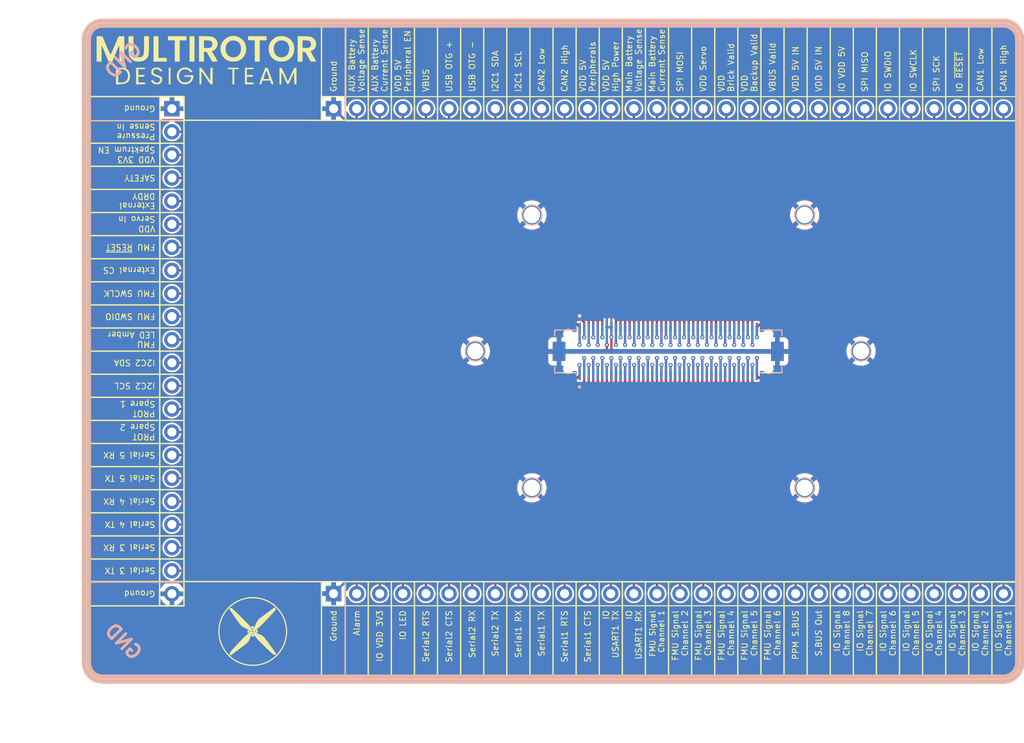
<source format=kicad_pcb>
(kicad_pcb (version 20211014) (generator pcbnew)
  (layers (0 "F.Cu" signal) (31 "B.Cu" signal) (34 "B.Paste" user) (35 "F.Paste" user) (36 "B.SilkS" user "B.Silkscreen") (37 "F.SilkS" user "F.Silkscreen") (38 "B.Mask" user) (39 "F.Mask" user) (44 "Edge.Cuts" user))
  (net 0 "")
  (net 1 "/VDD_5V_IN_PROT")
  (net 2 "/VBUS")
  (net 3 "/VBUS_VALID")
  (net 4 "/VDD_BACKUP_VALID")
  (net 5 "/VDD_BRICK_VALID")
  (net 6 "/VDD_SERVO_IN")
  (net 7 "/VDD_SERVO")
  (net 8 "/VDD_5V_PERIPH_EN")
  (net 9 "/VDD_3V3_SPEKTRUM_EN")
  (net 10 "/ALARM")
  (net 11 "/SAFETY")
  (net 12 "/EXTERN_CS")
  (net 13 "/EXTERN_DRDY")
  (net 14 "/PROT_SPARE_1")
  (net 15 "/PROT_SPARE_2")
  (net 16 "/IO_VDD_5V")
  (net 17 "/IO_VDD_3V3")
  (net 18 "/PPM_SBUS_PROT")
  (net 19 "/S.BUS_OUT")
  (net 20 "/I2C_1_SDA")
  (net 21 "/I2C_1_SCL")
  (net 22 "/I2C_2_SDA")
  (net 23 "/I2C_2_SCL")
  (net 24 "/CAN_H_1")
  (net 25 "/CAN_L_1")
  (net 26 "/CAN_H_2")
  (net 27 "/CAN_L_2")
  (net 28 "/SPI_EXT_MOSI")
  (net 29 "/SPI_EXT_MISO")
  (net 30 "/SPI_EXT_SCK")
  (net 31 "/SERIAL_1_RTS")
  (net 32 "/SERIAL_1_RX")
  (net 33 "/SERIAL_1_TX")
  (net 34 "/SERIAL_1_CTS")
  (net 35 "/SERIAL_2_RTS")
  (net 36 "/SERIAL_2_RX")
  (net 37 "/SERIAL_2_TX")
  (net 38 "/SERIAL_2_CTS")
  (net 39 "/SERIAL_3_RX")
  (net 40 "/SERIAL_3_TX")
  (net 41 "/SERIAL_4_RX")
  (net 42 "/SERIAL_4_TX")
  (net 43 "/SERIAL_5_RX")
  (net 44 "/SERIAL_5_TX")
  (net 45 "/IO_USART_1_TX")
  (net 46 "/IO_USART1_RX")
  (net 47 "GND")
  (net 48 "/BATT_VOLTAGE_SENS_PROT")
  (net 49 "/BATT_CURRENT_SENS_PROT")
  (net 50 "/AUX_BATT_CURRENT_SENS")
  (net 51 "/AUX_BATT_VOLTAGE_SENS")
  (net 52 "/PRESSURE_SENS_IN")
  (net 53 "/IO_LED_SAFET_PROT")
  (net 54 "/IO_SWDIO")
  (net 55 "/IO_SWCLK")
  (net 56 "/IO_~{RESET}")
  (net 57 "/IO_CH1_PROT")
  (net 58 "/IO_CH2_PROT")
  (net 59 "/IO_CH3_PROT")
  (net 60 "/IO_CH4_PROT")
  (net 61 "/IO_CH5_PROT")
  (net 62 "/IO_CH6_PROT")
  (net 63 "/IO_CH7_PROT")
  (net 64 "/IO_CH8_PROT")
  (net 65 "/FMU_LED_AMBER")
  (net 66 "/FMU_SWDIO")
  (net 67 "/FMU_SWCLK")
  (net 68 "/FMU_~{RESET}")
  (net 69 "/FMU_CH1_PROT")
  (net 70 "/FMU_CH2_PROT")
  (net 71 "/FMU_CH3_PROT")
  (net 72 "/FMU_CH4_PROT")
  (net 73 "/FMU_CH5_PROT")
  (net 74 "/FMU_CH6_PROT")
  (net 75 "/VDD_5V_PERIPH_OC")
  (net 76 "/VDD_5V_HIPOWER_OC")
  (net 77 "/OTG_DP1")
  (net 78 "/OTG_DM1")
  (footprint "libraries:Cube_DF17_Mount" (layer "F.Cu") (at 121.382001 57.4215 180)
    (fp_text reference "J1" hide)
    (fp_text value "Pixhawk_Cube_DF17_80_Pin_Grouped")
  )
  (footprint "clipboard:d1fccd29-87df-4368-b673-df9ed64eb982" (layer "F.Cu") (at 141.478 57.389001 180)
    (fp_text reference "")
    (fp_text value "")
  )
  (footprint "libraries:MRR Logo 1" (layer "F.Cu") (at 76.84441 88.208726 90)
    (fp_text reference "G***" hide)
    (fp_text value "LOGO" hide)
  )
  (footprint "Connector_PinSocket_2.54mm:PinSocket_1x30_P2.54mm_Vertical" (layer "F.Cu") (at 84.582 84.059 90)
    (fp_text reference "J3" hide)
    (fp_text value "Conn_01x30" hide)
  )
  (footprint "clipboard:d1fccd29-87df-4368-b673-df9ed64eb982" (layer "F.Cu") (at 99.06 57.389 180)
    (fp_text reference "")
    (fp_text value "")
  )
  (footprint "libraries:MRR Logo Text" (layer "F.Cu") (at 70.579646 25.390056)
    (fp_text reference "G***" hide)
    (fp_text value "LOGO" hide)
  )
  (footprint "Connector_PinSocket_2.54mm:PinSocket_1x22_P2.54mm_Vertical" (layer "F.Cu") (at 66.802 30.734)
    (fp_text reference "J4" hide)
    (fp_text value "Conn_01x22" hide)
  )
  (footprint "Connector_PinSocket_2.54mm:PinSocket_1x30_P2.54mm_Vertical" (layer "F.Cu") (at 84.582 30.734 90)
    (fp_text reference "J5" hide)
    (fp_text value "Conn_01x30" hide)
  )
  (footprint "libraries:Cube_DF17_Mount" (layer "B.Cu") (at 121.382001 57.4215 180)
    (fp_text reference "J2" hide)
    (fp_text value "Pixhawk_Cube_DF17_80_Pin_Grouped")
  )
  (gr_line (start 59.182 93.457) (end 158.241999 93.469766) (layer "B.SilkS") (width 1))
  (gr_line (start 158.241998 21.321001) (end 59.181999 21.321) (layer "B.SilkS") (width 1))
  (gr_line (start 85.851999 93.711001) (end 85.852 82.789) (layer "B.SilkS") (width 0.15))
  (gr_line (start 160.019999 91.691765) (end 160.019999 23.099001) (layer "B.SilkS") (width 1))
  (gr_line (start 85.852 21.067) (end 85.851998 32.003998) (layer "B.SilkS") (width 0.15))
  (gr_line (start 57.15 82.789) (end 68.072 82.789) (layer "B.SilkS") (width 0.15))
  (gr_arc (start 57.403999 23.099001) (mid 57.924763 21.841765) (end 59.181999 21.321) (layer "B.SilkS") (width 1))
  (gr_arc (start 59.182 93.457) (mid 57.924764 92.936236) (end 57.403999 91.679) (layer "B.SilkS") (width 1))
  (gr_line (start 57.403999 23.099001) (end 57.403999 91.679) (layer "B.SilkS") (width 1))
  (gr_arc (start 158.241998 21.321001) (mid 159.499235 21.841765) (end 160.019999 23.099001) (layer "B.SilkS") (width 1))
  (gr_arc (start 160.019999 91.691765) (mid 159.499235 92.949001) (end 158.241999 93.469766) (layer "B.SilkS") (width 1))
  (gr_line (start 57.15 32.064) (end 67.942238 32.064) (layer "B.SilkS") (width 0.15))
  (gr_line (start 83.252 29.404) (end 83.252 32.003999) (layer "F.SilkS") (width 0.15))
  (gr_line (start 134.112 31.989) (end 134.111999 21.067) (layer "F.SilkS") (width 0.15))
  (gr_line (start 93.472 31.989) (end 93.472 21.067) (layer "F.SilkS") (width 0.15))
  (gr_line (start 123.952 82.789) (end 123.952 93.711001) (layer "F.SilkS") (width 0.15))
  (gr_line (start 156.972 31.989) (end 156.971999 21.067) (layer "F.SilkS") (width 0.15))
  (gr_line (start 85.852 82.729) (end 85.852 93.711) (layer "F.SilkS") (width 0.15))
  (gr_line (start 159.572 82.789) (end 68.072 82.729) (layer "F.SilkS") (width 0.15))
  (gr_line (start 83.252 29.404) (end 85.852 29.404) (layer "F.SilkS") (width 0.15))
  (gr_line (start 146.812 82.789) (end 146.812001 93.711) (layer "F.SilkS") (width 0.15))
  (gr_line (start 136.652 31.989) (end 136.652 21.067) (layer "F.SilkS") (width 0.15))
  (gr_line (start 68.072 42.149) (end 57.15 42.149) (layer "F.SilkS") (width 0.15))
  (gr_line (start 93.472 82.789) (end 93.472 93.711) (layer "F.SilkS") (width 0.15))
  (gr_line (start 106.172 31.989) (end 106.172 21.067) (layer "F.SilkS") (width 0.15))
  (gr_line (start 139.192 31.989) (end 139.192 21.067) (layer "F.SilkS") (width 0.15))
  (gr_line (start 68.132 32.004) (end 159.572 32.064) (layer "F.SilkS") (width 0.15))
  (gr_line (start 139.192 82.789) (end 139.192 93.711) (layer "F.SilkS") (width 0.15))
  (gr_line (start 101.092 82.789) (end 101.092 93.711001) (layer "F.SilkS") (width 0.15))
  (gr_line (start 68.126 29.399) (end 57.204 29.399) (layer "F.SilkS") (width 0.15))
  (gr_line (start 65.446 85.399) (end 65.496 29.399) (layer "F.SilkS") (width 0.15))
  (gr_line (start 144.272 82.789) (end 144.272 93.711) (layer "F.SilkS") (width 0.15))
  (gr_line (start 68.132 29.404) (end 68.132 85.404) (layer "F.SilkS") (width 0.15))
  (gr_line (start 141.732 82.789) (end 141.732 93.711) (layer "F.SilkS") (width 0.15))
  (gr_line (start 96.012 82.789) (end 96.012 93.711) (layer "F.SilkS") (width 0.15))
  (gr_line (start 141.732 31.989) (end 141.732 21.067) (layer "F.SilkS") (width 0.15))
  (gr_line (start 98.552 31.989) (end 98.552 21.067) (layer "F.SilkS") (width 0.15))
  (gr_line (start 96.012 31.989) (end 96.012 21.067) (layer "F.SilkS") (width 0.15))
  (gr_line (start 68.072 49.768999) (end 57.15 49.769) (layer "F.SilkS") (width 0.15))
  (gr_line (start 149.352 82.789) (end 149.352 93.457) (layer "F.SilkS") (width 0.15))
  (gr_line (start 151.892 82.789) (end 151.892 93.711) (layer "F.SilkS") (width 0.15))
  (gr_line (start 156.972 82.789) (end 156.972 93.456999) (layer "F.SilkS") (width 0.15))
  (gr_line (start 59.182 93.457) (end 158.242 93.457) (layer "F.SilkS") (width 1))
  (gr_line (start 126.492 82.789) (end 126.492 93.711) (layer "F.SilkS") (width 0.15))
  (gr_line (start 68.132 85.404) (end 65.446 85.404) (layer "F.SilkS") (width 0.15))
  (gr_line (start 113.792 31.989) (end 113.792 21.067) (layer "F.SilkS") (width 0.15))
  (gr_arc (start 57.403999 23.099) (mid 57.924763 21.841763) (end 59.182 21.321) (layer "F.SilkS") (width 1))
  (gr_line (start 68.072 34.529) (end 57.15 34.529) (layer "F.SilkS") (width 0.15))
  (gr_line (start 68.132 85.404) (end 57.21 85.404) (layer "F.SilkS") (width 0.15))
  (gr_line (start 57.15 77.709) (end 68.072 77.709) (layer "F.SilkS") (width 0.15))
  (gr_line (start 101.092 31.989) (end 101.092 21.067001) (layer "F.SilkS") (width 0.15))
  (gr_line (start 83.252 32.003999) (end 83.252 21.022) (layer "F.SilkS") (width 0.15))
  (gr_line (start 108.712 31.989) (end 108.712 21.314618) (layer "F.SilkS") (width 0.15))
  (gr_line (start 134.112 82.789) (end 134.111999 93.711) (layer "F.SilkS") (width 0.15))
  (gr_line (start 88.392 31.989) (end 88.391999 21.067) (layer "F.SilkS") (width 0.15))
  (gr_line (start 68.072 47.229) (end 57.15 47.229) (layer "F.SilkS") (width 0.15))
  (gr_arc (start 59.182 93.457) (mid 57.924764 92.936236) (end 57.404 91.679001) (layer "F.SilkS") (width 1))
  (gr_line (start 131.572 82.789) (end 131.572 93.711) (layer "F.SilkS") (width 0.15))
  (gr_arc (start 158.242 21.308236) (mid 159.499237 21.829) (end 160.019999 23.086236) (layer "F.SilkS") (width 1))
  (gr_line (start 131.572 31.989) (end 131.572 21.067) (layer "F.SilkS") (width 0.15))
  (gr_line (start 68.071999 32.064) (end 57.15 32.064) (layer "F.SilkS") (width 0.15))
  (gr_line (start 146.812 31.989) (end 146.812 21.321) (layer "F.SilkS") (width 0.15))
  (gr_line (start 68.072 59.929) (end 57.15 59.929) (layer "F.SilkS") (width 0.15))
  (gr_line (start 68.072 70.089) (end 57.15 70.089) (layer "F.SilkS") (width 0.15))
  (gr_line (start 68.072001 39.609) (end 57.15 39.609) (layer "F.SilkS") (width 0.15))
  (gr_line (start 68.072 44.689) (end 57.15 44.689) (layer "F.SilkS") (width 0.15))
  (gr_line (start 149.352 31.989) (end 149.352 21.067) (layer "F.SilkS") (width 0.15))
  (gr_line (start 68.072 82.729) (end 57.15 82.729) (layer "F.SilkS") (width 0.15))
  (gr_line (start 116.332 82.789) (end 116.332 93.711) (layer "F.SilkS") (width 0.15))
  (gr_line (start 68.072 54.849) (end 57.15 54.849) (layer "F.SilkS") (width 0.15))
  (gr_line (start 90.932 31.989) (end 90.932001 21.067) (layer "F.SilkS") (width 0.15))
  (gr_line (start 103.632 31.989) (end 103.632 21.067) (layer "F.SilkS") (width 0.15))
  (gr_line (start 68.072001 52.309) (end 57.15 52.309) (layer "F.SilkS") (width 0.15))
  (gr_line (start 111.252 31.989) (end 111.251999 21.067) (layer "F.SilkS") (width 0.15))
  (gr_line (start 111.252 82.789) (end 111.251999 93.711) (layer "F.SilkS") (width 0.15))
  (gr_line (start 68.072 80.249) (end 57.15 80.249) (layer "F.SilkS") (width 0.15))
  (gr_line (start 98.552 82.789) (end 98.552 93.711) (layer "F.SilkS") (width 0.15))
  (gr_line (start 103.632 82.789) (end 103.632 93.965) (layer "F.SilkS") (width 0.15))
  (gr_line (start 83.252 82.729) (end 83.252001 93.711) (layer "F.SilkS") (width 0.15))
  (gr_line (start 57.403999 23.099) (end 57.404 91.679001) (layer "F.SilkS") (width 1))
  (gr_line (start 123.952 31.989) (end 123.952001 21.067) (layer "F.SilkS") (width 0.15))
  (gr_line (start 118.872 31.989) (end 118.872 21.067) (layer "F.SilkS") (width 0.15))
  (gr_line (start 106.172 82.789) (end 106.172 93.711) (layer "F.SilkS") (width 0.15))
  (gr_line (start 113.792 82.789) (end 113.792 93.711) (layer "F.SilkS") (width 0.15))
  (gr_line (start 121.412 31.989) (end 121.412 21.067) (layer "F.SilkS") (width 0.15))
  (gr_line (start 88.392 82.789) (end 88.392 93.203) (layer "F.SilkS") (width 0.15))
  (gr_line (start 68.072001 72.629) (end 57.15 72.629) (layer "F.SilkS") (width 0.15))
  (gr_line (start 68.072 65.009) (end 57.15 65.009) (layer "F.SilkS") (width 0.15))
  (gr_line (start 136.652 82.789) (end 136.652 93.711) (layer "F.SilkS") (width 0.15))
  (gr_line (start 68.072 37.069) (end 57.15 37.069) (layer "F.SilkS") (width 0.15))
  (gr_line (start 90.932 82.789) (end 90.932001 93.711) (layer "F.SilkS") (width 0.15))
  (gr_line (start 121.412 82.789) (end 121.412 93.711) (layer "F.SilkS") (width 0.15))
  (gr_line (start 85.912 32.003999) (end 85.912001 21.067) (layer "F.SilkS") (width 0.15))
  (gr_line (start 154.432 31.989) (end 154.432 21.067) (layer "F.SilkS") (width 0.15))
  (gr_line (start 154.432 82.789) (end 154.432 93.711) (layer "F.SilkS") (width 0.15))
  (gr_line (start 129.032 82.789) (end 129.032 93.711) (layer "F.SilkS") (width 0.15))
  (gr_line (start 144.272 31.989) (end 144.272 21.067) (layer "F.SilkS") (width 0.15))
  (gr_line (start 65.496 29.399) (end 68.126 29.399) (layer "F.SilkS") (width 0.15))
  (gr_line (start 151.892 31.989) (end 151.892 21.067) (layer "F.SilkS") (width 0.15))
  (gr_line (start 126.492 31.989) (end 126.492 21.067) (layer "F.SilkS") (width 0.15))
  (gr_line (start 158.242 21.308236) (end 59.182 21.321) (layer "F.SilkS") (width 1))
  (gr_line (start 160.02 91.679) (end 160.019999 23.086236) (layer "F.SilkS") (width 1))
  (gr_line (start 68.072 57.389) (end 57.15 57.389) (layer "F.SilkS") (width 0.15))
  (gr_line (start 108.712 82.789) (end 108.712 93.457) (layer "F.SilkS") (width 0.15))
  (gr_arc (start 160.02 91.679) (mid 159.499236 92.936236) (end 158.242 93.457) (layer "F.SilkS") (width 1))
  (gr_line (start 68.072 75.169001) (end 57.15 75.169) (layer "F.SilkS") (width 0.15))
  (gr_line (start 129.032 31.989) (end 129.032 21.067) (layer "F.SilkS") (width 0.15))
  (gr_line (start 68.072 67.549) (end 57.15 67.549) (layer "F.SilkS") (width 0.15))
  (gr_line (start 83.312 85.388999) (end 85.852 85.389) (layer "F.SilkS") (width 0.15))
  (gr_line (start 68.072001 62.469) (end 57.15 62.469) (layer "F.SilkS") (width 0.15))
  (gr_line (start 118.872 82.789) (end 118.872 93.711) (layer "F.SilkS") (width 0.15))
  (gr_line (start 116.332 31.989) (end 116.332 21.067) (layer "F.SilkS") (width 0.15))
  (gr_arc (start 160.02 91.679) (mid 159.499236 92.936236) (end 158.242 93.457) (layer "Edge.Cuts") (width 0.1))
  (gr_line (start 160.02 91.679) (end 160.019999 23.086236) (layer "Edge.Cuts") (width 0.1))
  (gr_arc (start 57.403999 23.099) (mid 57.924763 21.841763) (end 59.182 21.321) (layer "Edge.Cuts") (width 0.1))
  (gr_line (start 59.182 93.457) (end 158.242 93.457) (layer "Edge.Cuts") (width 0.1))
  (gr_arc (start 158.242 21.308236) (mid 159.499237 21.829) (end 160.019999 23.086236) (layer "Edge.Cuts") (width 0.1))
  (gr_line (start 57.403999 23.099) (end 57.404 91.679001) (layer "Edge.Cuts") (width 0.1))
  (gr_arc (start 59.182 93.457) (mid 57.924764 92.936236) (end 57.404 91.679001) (layer "Edge.Cuts") (width 0.1))
  (gr_line (start 158.242 21.308236) (end 59.182 21.321) (layer "Edge.Cuts") (width 0.1))
  (gr_text "GND" (at 61.468 89.332998 315) (layer "B.SilkS") (effects (font (size 1.5 1.5) (thickness 0.3)) (justify mirror)))
  (gr_text "GND" (at 61.468 25.4 45) (layer "B.SilkS") (effects (font (size 1.5 1.5) (thickness 0.3)) (justify mirror)))
  (gr_text "Ground" (at 84.582 28.941 90) (layer "F.SilkS") (effects (font (size 0.65 0.65) (thickness 0.1)) (justify left)))
  (gr_text "Serial 3 RX" (at 65.024 78.979 180) (layer "F.SilkS") (effects (font (size 0.65 0.65) (thickness 0.1)) (justify left)))
  (gr_text "USB OTG +" (at 97.282 28.941 90) (layer "F.SilkS") (effects (font (size 0.65 0.65) (thickness 0.1)) (justify left)))
  (gr_text "Ground" (at 84.582 85.837 90) (layer "F.SilkS") (effects (font (size 0.65 0.65) (thickness 0.1)) (justify right)))
  (gr_text "FMU Signal\nChannel 2" (at 122.682 85.837 90) (layer "F.SilkS") (effects (font (size 0.65 0.65) (thickness 0.1)) (justify right)))
  (gr_text "IO Signal\nChannel 1" (at 158.242 85.837 90) (layer "F.SilkS") (effects (font (size 0.65 0.65) (thickness 0.1)) (justify right)))
  (gr_text "FMU Signal\nChannel 6" (at 132.842 85.837 90) (layer "F.SilkS") (effects (font (size 0.65 0.65) (thickness 0.1)) (justify right)))
  (gr_text "Serial1 CTS" (at 112.522 85.837 90) (layer "F.SilkS") (effects (font (size 0.65 0.65) (thickness 0.1)) (justify right)))
  (gr_text "IO Signal\nChannel 5" (at 148.082 85.837 90) (layer "F.SilkS") (effects (font (size 0.65 0.65) (thickness 0.1)) (justify right)))
  (gr_text "VDD\nServo In" (at 65.024 43.419 180) (layer "F.SilkS") (effects (font (size 0.65 0.65) (thickness 0.1)) (justify left)))
  (gr_text "SPI MOSI" (at 122.682 28.941 90) (layer "F.SilkS") (effects (font (size 0.65 0.65) (thickness 0.1)) (justify left)))
  (gr_text "VDD 5V IN" (at 137.922 28.941 90) (layer "F.SilkS") (effects (font (size 0.65 0.65) (thickness 0.1)) (justify left)))
  (gr_text "Ground" (at 65.024 30.719 180) (layer "F.SilkS") (effects (font (size 0.65 0.65) (thickness 0.1)) (justify left)))
  (gr_text "I2C1 SCL" (at 104.902 28.941 90) (layer "F.SilkS") (effects (font (size 0.65 0.65) (thickness 0.1)) (justify left)))
  (gr_text "IO SWCLK" (at 148.336 28.941 90) (layer "F.SilkS") (effects (font (size 0.65 0.65) (thickness 0.1)) (justify left)))
  (gr_text "CAN2 High" (at 109.982 28.941 90) (layer "F.SilkS") (effects (font (size 0.65 0.65) (thickness 0.1)) (justify left)))
  (gr_text "Serial2 RTS" (at 94.742 85.837 90) (layer "F.SilkS") (effects (font (size 0.65 0.65) (thickness 0.1)) (justify right)))
  (gr_text "Serial2 TX" (at 102.362 85.837 90) (layer "F.SilkS") (effects (font (size 0.65 0.65) (thickness 0.1)) (justify right)))
  (gr_text "IO SWDIO" (at 145.542 28.941 90) (layer "F.SilkS") (effects (font (size 0.65 0.65) (thickness 0.1)) (justify left)))
  (gr_text "CAN1 Low" (at 155.702 28.941 90) (layer "F.SilkS") (effects (font (size 0.65 0.65) (thickness 0.1)) (justify left)))
  (gr_text "FMU SWCLK" (at 65.024001 51.039 180) (layer "F.SilkS") (effects (font (size 0.65 0.65) (thickness 0.1)) (justify left)))
  (gr_text "CAN2 Low" (at 107.442 28.941 90) (layer "F.SilkS") (effects (font (size 0.65 0.65) (thickness 0.1)) (justify left)))
  (gr_text "FMU Signal\nChannel 5" (at 130.302 85.837 90) (layer "F.SilkS") (effects (font (size 0.65 0.65) (thickness 0.1)) (justify right)))
  (gr_text "Main Battery\nVoltage Sense" (at 117.602 28.941 90) (layer "F.SilkS") (effects (font (size 0.65 0.65) (thickness 0.1)) (justify left)))
  (gr_text "Serial2 RX" (at 99.822 85.837 90) (layer "F.SilkS") (effects (font (size 0.65 0.65) (thickness 0.1)) (justify right)))
  (gr_text "VDD 3V3\nSpektrum EN" (at 65.024 35.799 180) (layer "F.SilkS") (effects (font (size 0.65 0.65) (thickness 0.1)) (justify left)))
  (gr_text "IO\nUSART1 RX" (at 117.602 85.837 90) (layer "F.SilkS") (effects (font (size 0.65 0.65) (thickness 0.1)) (justify right)))
  (gr_text "SPI SCK" (at 150.876 28.941 90) (layer "F.SilkS") (effects (font (size 0.65 0.65) (thickness 0.1)) (justify left)))
  (gr_text "FMU Signal\nChannel 4" (at 127.762 85.837 90) (layer "F.SilkS") (effects (font (size 0.65 0.65) (thickness 0.1)) (justify right)))
  (gr_text "FMU ~{RESET}" (at 65.024 45.959 180) (layer "F.SilkS") (effects (font (size 0.65 0.65) (thickness 0.1)) (justify left)))
  (gr_text "Pressure\nSense In" (at 65.024 33.259 180) (layer "F.SilkS") (effects (font (size 0.65 0.65) (thickness 0.1)) (justify left)))
  (gr_text "S.BUS Out" (at 137.922 85.837 90) (layer "F.SilkS") (effects (font (size 0.65 0.65) (thickness 0.1)) (justify right)))
  (gr_text "IO Signal\nChannel 6" (at 145.542 85.837 90) (layer "F.SilkS") (effects (font (size 0.65 0.65) (thickness 0.1)) (justify right)))
  (gr_text "Serial1 TX" (at 107.442 85.837 90) (layer "F.SilkS") (effects (font (size 0.65 0.65) (thickness 0.1)) (justify right)))
  (gr_text "FMU\nLED Amber" (at 65.024 56.119 180) (layer "F.SilkS") (effects (font (size 0.65 0.65) (thickness 0.1)) (justify left)))
  (gr_text "AUX Battery\nVoltage Sense" (at 87.123128 28.932625 90) (layer "F.SilkS") (effects (font (size 0.65 0.65) (thickness 0.1)) (justify left)))
  (gr_text "VBUS Valid" (at 132.842 28.941 90) (layer "F.SilkS") (effects (font (size 0.65 0.65) (thickness 0.1)) (justify left)))
  (gr_text "IO VDD 3V3" (at 89.662 85.837 90) (layer "F.SilkS") (effects (font (size 0.65 0.65) (thickness 0.1)) (justify right)))
  (gr_text "External\nDRDY" (at 65.024001 40.879 180) (layer "F.SilkS") (effects (font (size 0.65 0.65) (thickness 0.1)) (justify left)))
  (gr_text "Serial 3 TX" (at 65.024 81.519 180) (layer "F.SilkS") (effects (font (size 0.65 0.65) (thickness 0.1)) (justify left)))
  (gr_text "VDD\nBrick Valid" (at 127.762 28.941 90) (layer "F.SilkS") (effects (font (size 0.65 0.65) (thickness 0.1)) (justify left)))
  (gr_text "Alarm" (at 87.122 85.837 90) (layer "F.SilkS") (effects (font (size 0.65 0.65) (thickness 0.1)) (justify right)))
  (gr_text "VDD 5V\nPeripherals" (at 112.522 28.941 90) (layer "F.SilkS") (effects (font (size 0.65 0.65) (thickness 0.1)) (justify left)))
  (gr_text "Serial2 CTS" (at 97.282 85.837 90) (layer "F.SilkS") (effects (font (size 0.65 0.65) (thickness 0.1)) (justify right)))
  (gr_text "VBUS" (at 94.742 28.941 90) (layer "F.SilkS") (effects (font (size 0.65 0.65) (thickness 0.1)) (justify left)))
  (gr_text "VDD 5V\nHigh Power" (at 115.062 28.941 90) (layer "F.SilkS") (effects (font (size 0.65 0.65) (thickness 0.1)) (justify left)))
  (gr_text "VDD Servo" (at 125.222 28.941 90) (layer "F.SilkS") (effects (font (size 0.65 0.65) (thickness 0.1)) (justify left)))
  (gr_text "Serial 4 RX" (at 65.024001 73.899 180) (layer "F.SilkS") (effects (font (size 0.65 0.65) (thickness 0.1)) (justify left)))
  (gr_text "Serial 5 RX" (at 65.024 68.819 180) (layer "F.SilkS") (effects (font (size 0.65 0.65) (thickness 0.1)) (justify left)))
  (gr_text "IO Signal\nChannel 7" (at 143.002 85.837 90) (layer "F.SilkS") (effects (font (size 0.65 0.65) (thickness 0.1)) (justify right)))
  (gr_text "IO Signal\nChannel 2" (at 155.702 85.837 90) (layer "F.SilkS") (effects (font (size 0.65 0.65) (thickness 0.1)) (justify right)))
  (gr_text "PROT\nSpare 1" (at 65.024001 63.739 180) (layer "F.SilkS") (effects (font (size 0.65 0.65) (thickness 0.1)) (justify left)))
  (gr_text "VDD 5V IN" (at 135.382 28.941 90) (layer "F.SilkS") (effects (font (size 0.65 0.65) (thickness 0.1)) (justify left)))
  (gr_text "I2C2 SDA" (at 65.024 58.659 180) (layer "F.SilkS") (effects (font (size 0.65 0.65) (thickness 0.1)) (justify left)))
  (gr_text "IO Signal\nChannel 3" (at 153.162 85.837 90) (layer "F.SilkS") (effects (font (size 0.65 0.65) (thickness 0.1)) (justify right)))
  (gr_text "FMU Signal\nChannel 3" (at 125.222 85.837 90) (layer "F.SilkS") (effects (font (size 0.65 0.65) (thickness 0.1)) (justify right)))
  (gr_text "FMU Signal\nChannel 1" (at 120.142 85.837 90) (layer "F.SilkS") (effects (font (size 0.6 0.6) (thickness 0.1)) (justify right)))
  (gr_text "AUX Battery\nCurrent Sense" (at 89.662 28.941 90) (layer "F.SilkS") (effects (font (size 0.65 0.65) (thickness 0.1)) (justify left)))
  (gr_text "VDD\nBackup Valid" (at 130.302 28.941 90) (layer "F.SilkS") (effects (font (size 0.65 0.65) (thickness 0.1)) (justify left)))
  (gr_text "FMU SWDIO" (at 65.024 53.579 180) (layer "F.SilkS") (effects (font (size 0.65 0.65) (thickness 0.1)) (justify left)))
  (gr_text "Serial 5 TX" (at 65.024 71.359 180) (layer "F.SilkS") (effects (font (size 0.65 0.65) (thickness 0.1)) (justify left)))
  (gr_text "USB OTG -" (at 99.822 28.941 90) (layer "F.SilkS") (effects (font (size 0.65 0.65) (thickness 0.1)) (justify left)))
  (gr_text "SAFETY" (at 65.024001 38.339 180) (layer "F.SilkS") (effects (font (size 0.65 0.65) (thickness 0.1)) (justify left)))
  (gr_text "SPI MISO" (at 143.002 28.941 90) (layer "F.SilkS") (effects (font (size 0.65 0.65) (thickness 0.1)) (justify left)))
  (gr_text "PROT\nSpare 2" (at 65.024 66.279 180) (layer "F.SilkS") (effects (font (size 0.65 0.65) (thickness 0.1)) (justify left)))
  (gr_text "IO\nUSART1 TX" (at 115.062 85.837 90) (layer "F.SilkS") (effects (font (size 0.65 0.65) (thickness 0.1)) (justify right)))
  (gr_text "PPM S.BUS" (at 135.382 85.837 90) (layer "F.SilkS") (effects (font (size 0.65 0.65) (thickness 0.1)) (justify right)))
  (gr_text "Main Battery\nCurrent Sense" (at 120.140872 28.949375 90) (layer "F.SilkS") (effects (font (size 0.65 0.65) (thickness 0.1)) (justify left)))
  (gr_text "IO VDD 5V" (at 140.462 28.941 90) (layer "F.SilkS") (effects (font (size 0.65 0.65) (thickness 0.1)) (justify left)))
  (gr_text "Serial1 RX" (at 104.902 85.837 90) (layer "F.SilkS") (effects (font (size 0.65 0.65) (thickness 0.1)) (justify right)))
  (gr_text "I2C1 SDA" (at 102.362 28.941 90) (layer "F.SilkS") (effects (font (size 0.65 0.65) (thickness 0.1)) (justify left)))
  (gr_text "IO Signal\nChannel 8" (at 140.462 85.837 90) (layer "F.SilkS") (effects (font (size 0.65 0.65) (thickness 0.1)) (justify right)))
  (gr_text "External CS" (at 65.024 48.499 180) (layer "F.SilkS") (effects (font (size 0.65 0.65) (thickness 0.1)) (justify left)))
  (gr_text "IO LED" (at 92.202 85.837 90) (layer "F.SilkS") (effects (font (size 0.65 0.65) (thickness 0.1)) (justify right)))
  (gr_text "IO ~{RESET}" (at 153.416 28.941 90) (layer "F.SilkS") (effects (font (size 0.65 0.65) (thickness 0.1)) (justify left)))
  (gr_text "VDD 5V\nPeripheral EN" (at 92.202 28.941 90) (layer "F.SilkS") (effects (font (size 0.65 0.65) (thickness 0.1)) (justify left)))
  (gr_text "CAN1 High" (at 158.242 28.941 90) (layer "F.SilkS") (effects (font (size 0.65 0.65) (thickness 0.1)) (justify left)))
  (gr_text "Serial 4 TX" (at 65.024 76.439 180) (layer "F.SilkS") (effects (font (size 0.65 0.65) (thickness 0.1)) (justify left)))
  (gr_text "Serial1 RTS" (at 109.982 85.837 90) (layer "F.SilkS") (effects (font (size 0.65 0.65) (thickness 0.1)) (justify right)))
  (gr_text "I2C2 SCL" (at 65.024001 61.199 180) (layer "F.SilkS") (effects (font (size 0.65 0.65) (thickness 0.1)) (justify left)))
  (gr_text "IO Signal\nChannel 4" (at 150.622 85.837 90) (layer "F.SilkS") (effects (font (size 0.65 0.65) (thickness 0.1)) (justify right)))
  (gr_text "Ground" (at 65.024001 84.059 180) (layer "F.SilkS") (effects (font (size 0.65 0.65) (thickness 0.1)) (justify left)))
  (segment (start 137.414 50.023) (end 129.286 50.023) (width 0.25) (layer "F.Cu") (net 1))
  (segment (start 129.032 49.515) (end 126.632 51.915) (width 0.25) (layer "F.Cu") (net 1))
  (segment (start 133.858 40.58) (end 133.858 43.882002) (width 0.25) (layer "F.Cu") (net 1))
  (segment (start 127.132 55.865) (end 127.132001 54.7715) (width 0.25) (layer "F.Cu") (net 1))
  (segment (start 126.632 51.915) (end 126.632 54.7715) (width 0.25) (layer "F.Cu") (net 1))
  (segment (start 137.922 44.943) (end 137.922 49.515) (width 0.25) (layer "F.Cu") (net 1))
  (segment (start 126.632 56.7045) (end 126.632 54.7715) (width 0.25) (layer "F.Cu") (net 1))
  (segment (start 134.366 49.515) (end 129.032 49.515) (width 0.25) (layer "F.Cu") (net 1))
  (segment (start 133.858 43.882002) (end 134.874 44.898001) (width 0.25) (layer "F.Cu") (net 1))
  (segment (start 134.874 44.898001) (end 134.874 49.007) (width 0.25) (layer "F.Cu") (net 1))
  (segment (start 137.922 44.943) (end 138.938 43.927) (width 0.25) (layer "F.Cu") (net 1))
  (segment (start 129.286 50.023) (end 127.132 52.177) (width 0.25) (layer "F.Cu") (net 1))
  (segment (start 135.382 39.056) (end 133.858 40.58) (width 0.25) (layer "F.Cu") (net 1))
  (segment (start 137.922 30.719) (end 137.922 39.609) (width 0.25) (layer "F.Cu") (net 1))
  (segment (start 137.922 49.515) (end 137.414 50.023) (width 0.25) (layer "F.Cu") (net 1))
  (segment (start 138.938 43.927) (end 138.938 40.625) (width 0.25) (layer "F.Cu") (net 1))
  (segment (start 135.382 30.719) (end 135.382 39.056) (width 0.25) (layer "F.Cu") (net 1))
  (segment (start 127.132 52.177) (end 127.132001 54.7715) (width 0.25) (layer "F.Cu") (net 1))
  (segment (start 134.874 49.007) (end 134.366 49.515) (width 0.25) (layer "F.Cu") (net 1))
  (segment (start 137.922 39.609) (end 138.938 40.625) (width 0.25) (layer "F.Cu") (net 1))
  (via (at 126.632 56.7045) (size 0.45) (drill 0.2) (layers "F.Cu" "B.Cu") (net 1))
  (via (at 127.132 55.865) (size 0.45) (drill 0.2) (layers "F.Cu" "B.Cu") (net 1))
  (segment (start 126.632 56.7045) (end 126.632 54.7715) (width 0.25) (layer "B.Cu") (net 1))
  (segment (start 127.132 55.865) (end 127.132001 54.7715) (width 0.25) (layer "B.Cu") (net 1))
  (segment (start 118.631999 51.053) (end 118.632 52.323) (width 0.25) (layer "F.Cu") (net 2))
  (segment (start 102.108 39.355) (end 106.934 39.355) (width 0.25) (layer "F.Cu") (net 2))
  (segment (start 106.934 39.355) (end 118.631999 51.053) (width 0.25) (layer "F.Cu") (net 2))
  (segment (start 118.632 52.803) (end 118.632 52.549) (width 0.25) (layer "F.Cu") (net 2))
  (segment (start 118.632 52.549) (end 118.632 52.323) (width 0.25) (layer "F.Cu") (net 2))
  (segment (start 94.742 31.989) (end 102.108 39.355) (width 0.25) (layer "F.Cu") (net 2))
  (segment (start 118.632 52.803) (end 118.632 52.323) (width 0.25) (layer "F.Cu") (net 2))
  (segment (start 118.632 56.704499) (end 118.632 54.7715) (width 0.25) (layer "F.Cu") (net 2))
  (segment (start 94.742 30.734) (end 94.742 31.989) (width 0.25) (layer "F.Cu") (net 2))
  (segment (start 118.632 54.7715) (end 118.632 52.803) (width 0.25) (layer "F.Cu") (net 2))
  (via (at 118.632 56.704499) (size 0.45) (drill 0.2) (layers "F.Cu" "B.Cu") (net 2))
  (segment (start 118.632 56.704499) (end 118.632 54.7715) (width 0.25) (layer "B.Cu") (net 2))
  (segment (start 132.842 30.734) (end 132.842 48.499) (width 0.25) (layer "F.Cu") (net 3))
  (segment (start 132.842 48.499) (end 132.334 49.007) (width 0.25) (layer "F.Cu") (net 3))
  (segment (start 128.777999 49.007) (end 126.132 51.653) (width 0.25) (layer "F.Cu") (net 3))
  (segment (start 126.132 51.653) (end 126.132 54.7715) (width 0.25) (layer "F.Cu") (net 3))
  (segment (start 132.334 49.007) (end 128.777999 49.007) (width 0.25) (layer "F.Cu") (net 3))
  (segment (start 126.132 55.865) (end 126.132 54.7715) (width 0.25) (layer "F.Cu") (net 3))
  (via (at 126.132 55.865) (size 0.45) (drill 0.2) (layers "F.Cu" "B.Cu") (net 3))
  (segment (start 126.132 55.865) (end 126.132 54.7715) (width 0.25) (layer "B.Cu") (net 3))
  (segment (start 130.302 30.734) (end 130.302001 47.991) (width 0.25) (layer "F.Cu") (net 4))
  (segment (start 128.524 48.499) (end 125.632 51.391) (width 0.25) (layer "F.Cu") (net 4))
  (segment (start 125.632 54.751) (end 125.631999 54.7715) (width 0.25) (layer "F.Cu") (net 4))
  (segment (start 129.794 48.499) (end 128.524 48.499) (width 0.25) (layer "F.Cu") (net 4))
  (segment (start 125.632 56.684) (end 125.631999 54.7715) (width 0.25) (layer "F.Cu") (net 4))
  (segment (start 130.302001 47.991) (end 129.794 48.499) (width 0.25) (layer "F.Cu") (net 4))
  (segment (start 125.632 51.391) (end 125.632 54.751) (width 0.25) (layer "F.Cu") (net 4))
  (via (at 125.632 56.684) (size 0.45) (drill 0.2) (layers "F.Cu" "B.Cu") (net 4))
  (segment (start 125.632 56.684) (end 125.631999 54.7715) (width 0.25) (layer "B.Cu") (net 4))
  (segment (start 125.132 51.129001) (end 125.132 54.7715) (width 0.25) (layer "F.Cu") (net 5))
  (segment (start 127.762 48.499) (end 125.132 51.129001) (width 0.25) (layer "F.Cu") (net 5))
  (segment (start 125.132 55.865) (end 125.132 54.7715) (width 0.25) (layer "F.Cu") (net 5))
  (segment (start 127.762 30.734) (end 127.762 48.499) (width 0.25) (layer "F.Cu") (net 5))
  (via (at 125.132 55.865) (size 0.45) (drill 0.2) (layers "F.Cu" "B.Cu") (net 5))
  (segment (start 125.132 54.7715) (end 125.132 55.865) (width 0.25) (layer "B.Cu") (net 5))
  (segment (start 102.108 52.055) (end 93.487 43.434) (width 0.25) (layer "F.Cu") (net 6))
  (segment (start 113.632001 56.7045) (end 113.632 54.7715) (width 0.25) (layer "F.Cu") (net 6))
  (segment (start 112.268 52.055) (end 102.108 52.055) (width 0.25) (layer "F.Cu") (net 6))
  (segment (start 113.632 53.419) (end 112.268 52.055) (width 0.25) (layer "F.Cu") (net 6))
  (segment (start 66.802 43.433999) (end 93.487 43.434) (width 0.25) (layer "F.Cu") (net 6))
  (segment (start 113.632 54.7715) (end 113.632 53.419) (width 0.25) (layer "F.Cu") (net 6))
  (via (at 113.632001 56.7045) (size 0.45) (drill 0.2) (layers "F.Cu" "B.Cu") (net 6))
  (segment (start 113.632001 56.7045) (end 113.632 54.7715) (width 0.25) (layer "B.Cu") (net 6))
  (segment (start 124.632 50.867) (end 124.632 54.7715) (width 0.25) (layer "F.Cu") (net 7))
  (segment (start 124.632 56.7045) (end 124.632 54.7715) (width 0.25) (layer "F.Cu") (net 7))
  (segment (start 125.222 30.734) (end 125.222 50.277) (width 0.25) (layer "F.Cu") (net 7))
  (segment (start 125.222 50.277) (end 124.632 50.867) (width 0.25) (layer "F.Cu") (net 7))
  (via (at 124.632 56.7045) (size 0.45) (drill 0.2) (layers "F.Cu" "B.Cu") (net 7))
  (segment (start 124.632 56.7045) (end 124.632 54.7715) (width 0.25) (layer "B.Cu") (net 7))
  (segment (start 107.696 47.483) (end 101.981 41.768) (width 0.25) (layer "F.Cu") (net 8))
  (segment (start 113.03 47.483) (end 107.696 47.483) (width 0.25) (layer "F.Cu") (net 8))
  (segment (start 118.132001 54.7715) (end 118.132001 52.585) (width 0.25) (layer "F.Cu") (net 8))
  (segment (start 118.132 55.865) (end 118.132001 54.7715) (width 0.25) (layer "F.Cu") (net 8))
  (segment (start 92.202 30.734) (end 92.202 31.989) (width 0.25) (layer "F.Cu") (net 8))
  (segment (start 92.202 31.989) (end 101.981 41.768) (width 0.25) (layer "F.Cu") (net 8))
  (segment (start 92.217 30.734) (end 92.202 30.734) (width 0.25) (layer "F.Cu") (net 8))
  (segment (start 118.132001 52.585) (end 113.03 47.483) (width 0.25) (layer "F.Cu") (net 8))
  (via (at 118.132 55.865) (size 0.45) (drill 0.2) (layers "F.Cu" "B.Cu") (net 8))
  (segment (start 118.132 55.865) (end 118.132001 54.7715) (width 0.25) (layer "B.Cu") (net 8))
  (segment (start 113.03 50.531) (end 102.87 50.531) (width 0.25) (layer "F.Cu") (net 9))
  (segment (start 116.132 54.7715) (end 116.132 53.633) (width 0.25) (layer "F.Cu") (net 9))
  (segment (start 116.132 55.865) (end 116.132 54.7715) (width 0.25) (layer "F.Cu") (net 9))
  (segment (start 102.87 50.531) (end 88.153 35.814) (width 0.25) (layer "F.Cu") (net 9))
  (segment (start 66.802 35.814) (end 88.153 35.814) (width 0.25) (layer "F.Cu") (net 9))
  (segment (start 116.132 53.633) (end 113.03 50.531) (width 0.25) (layer "F.Cu") (net 9))
  (via (at 116.132 55.865) (size 0.45) (drill 0.2) (layers "F.Cu" "B.Cu") (net 9))
  (segment (start 116.132 55.865) (end 116.132 54.7715) (width 0.25) (layer "B.Cu") (net 9))
  (segment (start 117.132 58.151) (end 117.132 60.0715) (width 0.25) (layer "F.Cu") (net 10))
  (segment (start 117.132 63.447) (end 114.3 66.279) (width 0.25) (layer "F.Cu") (net 10))
  (segment (start 117.132 60.0715) (end 117.132 63.447) (width 0.25) (layer "F.Cu") (net 10))
  (segment (start 87.122 82.789) (end 87.122 84.059) (width 0.25) (layer "F.Cu") (net 10))
  (segment (start 103.632 66.279) (end 87.122 82.789) (width 0.25) (layer "F.Cu") (net 10))
  (segment (start 114.3 66.279) (end 103.632 66.279) (width 0.25) (layer "F.Cu") (net 10))
  (via (at 117.132 58.151) (size 0.45) (drill 0.2) (layers "F.Cu" "B.Cu") (net 10))
  (segment (start 117.132 58.151) (end 117.132 60.0715) (width 0.25) (layer "B.Cu") (net 10))
  (segment (start 112.776 51.039) (end 102.616 51.039) (width 0.25) (layer "F.Cu") (net 11))
  (segment (start 115.632 56.7045) (end 115.632001 54.7715) (width 0.25) (layer "F.Cu") (net 11))
  (segment (start 115.632001 53.895) (end 112.776 51.039) (width 0.25) (layer "F.Cu") (net 11))
  (segment (start 115.632001 54.7715) (end 115.632001 53.895) (width 0.25) (layer "F.Cu") (net 11))
  (segment (start 66.802 38.354) (end 89.901001 38.354) (width 0.25) (layer "F.Cu") (net 11))
  (segment (start 102.616 51.039) (end 89.931 38.354) (width 0.25) (layer "F.Cu") (net 11))
  (via (at 115.632 56.7045) (size 0.45) (drill 0.2) (layers "F.Cu" "B.Cu") (net 11))
  (segment (start 115.632 56.7045) (end 115.632001 54.7715) (width 0.25) (layer "B.Cu") (net 11))
  (segment (start 112.632 53.943) (end 111.76 53.071) (width 0.25) (layer "F.Cu") (net 12))
  (segment (start 97.043 48.514) (end 66.802 48.514) (width 0.25) (layer "F.Cu") (net 12))
  (segment (start 112.632 54.7715) (end 112.632 53.977) (width 0.25) (layer "F.Cu") (net 12))
  (segment (start 101.6 53.071) (end 97.043 48.514) (width 0.25) (layer "F.Cu") (net 12))
  (segment (start 112.632 56.7045) (end 112.632 54.7715) (width 0.25) (layer "F.Cu") (net 12))
  (segment (start 111.76 53.071) (end 101.6 53.071) (width 0.25) (layer "F.Cu") (net 12))
  (via (at 112.632 56.7045) (size 0.45) (drill 0.2) (layers "F.Cu" "B.Cu") (net 12))
  (segment (start 112.632 56.7045) (end 112.632 54.7715) (width 0.25) (layer "B.Cu") (net 12))
  (segment (start 102.362 51.547) (end 91.709 40.894) (width 0.25) (layer "F.Cu") (net 13))
  (segment (start 114.131999 54.7715) (end 114.132 53.157001) (width 0.25) (layer "F.Cu") (net 13))
  (segment (start 114.132 53.157001) (end 112.522 51.547) (width 0.25) (layer "F.Cu") (net 13))
  (segment (start 91.709 40.894) (end 66.802 40.894) (width 0.25) (layer "F.Cu") (net 13))
  (segment (start 114.132 55.865) (end 114.131999 54.7715) (width 0.25) (layer "F.Cu") (net 13))
  (segment (start 112.522 51.547) (end 102.362 51.547) (width 0.25) (layer "F.Cu") (net 13))
  (via (at 114.132 55.865) (size 0.45) (drill 0.2) (layers "F.Cu" "B.Cu") (net 13))
  (segment (start 114.132 55.865) (end 114.131999 54.7715) (width 0.25) (layer "B.Cu") (net 13))
  (segment (start 98.283 63.754) (end 66.802 63.754) (width 0.25) (layer "F.Cu") (net 14))
  (segment (start 113.132 60.0715) (end 113.132 61.351) (width 0.25) (layer "F.Cu") (net 14))
  (segment (start 113.132 58.151) (end 113.132 60.0715) (width 0.25) (layer "F.Cu") (net 14))
  (segment (start 113.132 61.351) (end 112.268 62.215) (width 0.25) (layer "F.Cu") (net 14))
  (segment (start 112.268 62.215) (end 99.822 62.215) (width 0.25) (layer "F.Cu") (net 14))
  (segment (start 99.822 62.215) (end 98.283 63.754) (width 0.25) (layer "F.Cu") (net 14))
  (via (at 113.132 58.151) (size 0.45) (drill 0.2) (layers "F.Cu" "B.Cu") (net 14))
  (segment (start 113.132 58.151) (end 113.132 60.0715) (width 0.25) (layer "B.Cu") (net 14))
  (segment (start 96.505 66.294) (end 100.076 62.723) (width 0.25) (layer "F.Cu") (net 15))
  (segment (start 113.632 58.913) (end 113.632 60.0715) (width 0.25) (layer "F.Cu") (net 15))
  (segment (start 113.632 61.613) (end 113.632 60.0715) (width 0.25) (layer "F.Cu") (net 15))
  (segment (start 100.076 62.723) (end 112.522 62.723) (width 0.25) (layer "F.Cu") (net 15))
  (segment (start 66.802 66.293999) (end 96.505 66.294) (width 0.25) (layer "F.Cu") (net 15))
  (segment (start 112.522 62.723) (end 113.632 61.613) (width 0.25) (layer "F.Cu") (net 15))
  (via (at 113.632 58.913) (size 0.45) (drill 0.2) (layers "F.Cu" "B.Cu") (net 15))
  (segment (start 113.632 58.913) (end 113.632 60.0715) (width 0.25) (layer "B.Cu") (net 15))
  (segment (start 127.632 56.704499) (end 127.632 54.7715) (width 0.25) (layer "F.Cu") (net 16))
  (segment (start 140.462 30.734) (end 140.462 50.022999) (width 0.25) (layer "F.Cu") (net 16))
  (segment (start 129.54 50.531) (end 127.632 52.438999) (width 0.25) (layer "F.Cu") (net 16))
  (segment (start 139.954 50.531) (end 129.54 50.531) (width 0.25) (layer "F.Cu") (net 16))
  (segment (start 140.462 50.022999) (end 139.954 50.531) (width 0.25) (layer "F.Cu") (net 16))
  (segment (start 127.632 52.438999) (end 127.632 54.7715) (width 0.25) (layer "F.Cu") (net 16))
  (via (at 127.632 56.704499) (size 0.45) (drill 0.2) (layers "F.Cu" "B.Cu") (net 16))
  (segment (start 127.632 56.704499) (end 127.632 54.7715) (width 0.25) (layer "B.Cu") (net 16))
  (segment (start 105.664 66.787) (end 114.554 66.787) (width 0.25) (layer "F.Cu") (net 17))
  (segment (start 114.554 66.787) (end 117.632 63.709) (width 0.25) (layer "F.Cu") (net 17))
  (segment (start 117.632 58.913) (end 117.632 60.0715) (width 0.25) (layer "F.Cu") (net 17))
  (segment (start 89.662 84.058999) (end 89.662 82.789) (width 0.25) (layer "F.Cu") (net 17))
  (segment (start 117.632 63.709) (end 117.632 60.0715) (width 0.25) (layer "F.Cu") (net 17))
  (segment (start 89.662 82.789) (end 105.664 66.787) (width 0.25) (layer "F.Cu") (net 17))
  (via (at 117.632 58.913) (size 0.45) (drill 0.2) (layers "F.Cu" "B.Cu") (net 17))
  (segment (start 117.632 58.913) (end 117.632 60.0715) (width 0.25) (layer "B.Cu") (net 17))
  (segment (start 133.858 70.895999) (end 134.874 69.879999) (width 0.25) (layer "F.Cu") (net 18))
  (segment (start 129.032 65.263) (end 126.632 62.863) (width 0.25) (layer "F.Cu") (net 18))
  (segment (start 134.874 69.879999) (end 134.874 65.771) (width 0.25) (layer "F.Cu") (net 18))
  (segment (start 134.874 65.771) (end 134.366 65.263) (width 0.25) (layer "F.Cu") (net 18))
  (segment (start 133.858 74.198) (end 133.858 70.895999) (width 0.25) (layer "F.Cu") (net 18))
  (segment (start 126.632 62.863) (end 126.632 60.0715) (width 0.25) (layer "F.Cu") (net 18))
  (segment (start 134.366 65.263) (end 129.032 65.263) (width 0.25) (layer "F.Cu") (net 18))
  (segment (start 126.632 58.913) (end 126.632 60.0715) (width 0.25) (layer "F.Cu") (net 18))
  (segment (start 135.382 75.722) (end 133.858 74.198) (width 0.25) (layer "F.Cu") (net 18))
  (segment (start 135.382 84.058999) (end 135.382 75.722) (width 0.25) (layer "F.Cu") (net 18))
  (via (at 126.632 58.913) (size 0.45) (drill 0.2) (layers "F.Cu" "B.Cu") (net 18))
  (segment (start 126.632 58.913) (end 126.632 60.0715) (width 0.25) (layer "B.Cu") (net 18))
  (segment (start 138.938 70.851) (end 137.922 69.835) (width 0.25) (layer "F.Cu") (net 19))
  (segment (start 137.922 74.915) (end 138.938 73.899) (width 0.25) (layer "F.Cu") (net 19))
  (segment (start 137.922 84.059) (end 137.922 74.915) (width 0.25) (layer "F.Cu") (net 19))
  (segment (start 137.922 65.263) (end 137.414 64.755) (width 0.25) (layer "F.Cu") (net 19))
  (segment (start 127.132 62.601) (end 127.132001 60.0715) (width 0.25) (layer "F.Cu") (net 19))
  (segment (start 137.922 69.835) (end 137.922 65.263) (width 0.25) (layer "F.Cu") (net 19))
  (segment (start 127.132 58.151) (end 127.132001 60.0715) (width 0.25) (layer "F.Cu") (net 19))
  (segment (start 137.414 64.755) (end 129.286 64.755) (width 0.25) (layer "F.Cu") (net 19))
  (segment (start 129.286 64.755) (end 127.132 62.601) (width 0.25) (layer "F.Cu") (net 19))
  (segment (start 138.938 73.899) (end 138.938 70.851) (width 0.25) (layer "F.Cu") (net 19))
  (via (at 127.132 58.151) (size 0.45) (drill 0.2) (layers "F.Cu" "B.Cu") (net 19))
  (segment (start 127.132 58.151) (end 127.132001 60.0715) (width 0.25) (layer "B.Cu") (net 19))
  (segment (start 120.132 55.865) (end 120.132 54.7715) (width 0.25) (layer "F.Cu") (net 20))
  (segment (start 102.362 31.989) (end 107.9575 37.5845) (width 0.25) (layer "F.Cu") (net 20))
  (segment (start 107.9575 37.5845) (end 109.2125 37.5845) (width 0.25) (layer "F.Cu") (net 20))
  (segment (start 120.132 48.504) (end 109.2125 37.5845) (width 0.25) (layer "F.Cu") (net 20))
  (segment (start 120.132 54.7715) (end 120.132 48.504) (width 0.25) (layer "F.Cu") (net 20))
  (segment (start 102.362 30.734) (end 102.362 31.989) (width 0.25) (layer "F.Cu") (net 20))
  (via (at 120.132 55.865) (size 0.45) (drill 0.2) (layers "F.Cu" "B.Cu") (net 20))
  (segment (start 120.132 55.865) (end 120.132 54.7715) (width 0.25) (layer "B.Cu") (net 20))
  (segment (start 109.8625 36.9495) (end 111.1175 36.9495) (width 0.25) (layer "F.Cu") (net 21))
  (segment (start 104.902 31.989) (end 109.8625 36.9495) (width 0.25) (layer "F.Cu") (net 21))
  (segment (start 120.632 54.771501) (end 120.632 46.464) (width 0.25) (layer "F.Cu") (net 21))
  (segment (start 120.632 56.7045) (end 120.632 54.771501) (width 0.25) (layer "F.Cu") (net 21))
  (segment (start 104.902 30.734) (end 104.902 31.989) (width 0.25) (layer "F.Cu") (net 21))
  (segment (start 120.632 46.464) (end 111.1175 36.9495) (width 0.25) (layer "F.Cu") (net 21))
  (via (at 120.632 56.7045) (size 0.45) (drill 0.2) (layers "F.Cu" "B.Cu") (net 21))
  (segment (start 120.632 56.7045) (end 120.632 54.771501) (width 0.25) (layer "B.Cu") (net 21))
  (segment (start 112.132 60.827) (end 111.76 61.199) (width 0.25) (layer "F.Cu") (net 22))
  (segment (start 96.027 58.674) (end 66.802 58.674) (width 0.25) (layer "F.Cu") (net 22))
  (segment (start 112.132 60.0715) (end 112.132 60.827) (width 0.25) (layer "F.Cu") (net 22))
  (segment (start 111.76 61.199) (end 98.552 61.199) (width 0.25) (layer "F.Cu") (net 22))
  (segment (start 112.131999 58.151) (end 112.132 60.0715) (width 0.25) (layer "F.Cu") (net 22))
  (segment (start 98.552 61.199) (end 96.027 58.674) (width 0.25) (layer "F.Cu") (net 22))
  (via (at 112.131999 58.151) (size 0.45) (drill 0.2) (layers "F.Cu" "B.Cu") (net 22))
  (segment (start 112.131999 58.151) (end 112.132 60.0715) (width 0.25) (layer "B.Cu") (net 22))
  (segment (start 112.014 61.707) (end 98.298 61.707) (width 0.25) (layer "F.Cu") (net 23))
  (segment (start 98.298 61.707) (end 97.805001 61.214) (width 0.25) (layer "F.Cu") (net 23))
  (segment (start 112.632 60.0715) (end 112.632 61.089) (width 0.25) (layer "F.Cu") (net 23))
  (segment (start 112.632 61.089) (end 112.014 61.707) (width 0.25) (layer "F.Cu") (net 23))
  (segment (start 97.805001 61.214) (end 66.802 61.214) (width 0.25) (layer "F.Cu") (net 23))
  (segment (start 112.632 58.913) (end 112.632 60.0715) (width 0.25) (layer "F.Cu") (net 23))
  (via (at 112.632 58.913) (size 0.45) (drill 0.2) (layers "F.Cu" "B.Cu") (net 23))
  (segment (start 112.632 58.913) (end 112.632 60.0715) (width 0.25) (layer "B.Cu") (net 23))
  (segment (start 157.734 54.087) (end 158.242 53.579) (width 0.25) (layer "F.Cu") (net 24))
  (segment (start 131.1415 54.7715) (end 131.826 54.087) (width 0.25) (layer "F.Cu") (net 24))
  (segment (start 131.132 55.865) (end 131.132 54.7715) (width 0.25) (layer "F.Cu") (net 24))
  (segment (start 131.826 54.087) (end 157.734 54.087) (width 0.25) (layer "F.Cu") (net 24))
  (segment (start 131.132 54.7715) (end 131.1415 54.7715) (width 0.25) (layer "F.Cu") (net 24))
  (segment (start 158.242 53.579) (end 158.242 30.734) (width 0.25) (layer "F.Cu") (net 24))
  (via (at 131.132 55.865) (size 0.45) (drill 0.2) (layers "F.Cu" "B.Cu") (net 24))
  (segment (start 131.132 55.865) (end 131.132 54.7715) (width 0.25) (layer "B.Cu") (net 24))
  (segment (start 130.632 56.7045) (end 130.632 54.7715) (width 0.25) (layer "F.Cu") (net 25))
  (segment (start 155.702 53.071) (end 155.194 53.579) (width 0.25) (layer "F.Cu") (net 25))
  (segment (start 155.702 30.734) (end 155.702 53.071) (width 0.25) (layer "F.Cu") (net 25))
  (segment (start 130.632 54.011) (end 130.632 54.7715) (width 0.25) (layer "F.Cu") (net 25))
  (segment (start 155.194 53.579) (end 131.064 53.579) (width 0.25) (layer "F.Cu") (net 25))
  (segment (start 131.064 53.579) (end 130.632 54.011) (width 0.25) (layer "F.Cu") (net 25))
  (via (at 130.632 56.7045) (size 0.45) (drill 0.2) (layers "F.Cu" "B.Cu") (net 25))
  (segment (start 130.632 56.7045) (end 130.632 54.7715) (width 0.25) (layer "B.Cu") (net 25))
  (segment (start 109.982 30.734) (end 109.982 31.989) (width 0.25) (layer "F.Cu") (net 26))
  (segment (start 121.632 54.7715) (end 121.632 42.384) (width 0.25) (layer "F.Cu") (net 26))
  (segment (start 121.632 56.7045) (end 121.632 54.7715) (width 0.25) (layer "F.Cu") (net 26))
  (segment (start 109.982 31.989) (end 113.6725 35.679499) (width 0.25) (layer "F.Cu") (net 26))
  (segment (start 113.6725 35.679499) (end 114.9275 35.679499) (width 0.25) (layer "F.Cu") (net 26))
  (segment (start 121.632 42.384) (end 114.9275 35.679499) (width 0.25) (layer "F.Cu") (net 26))
  (via (at 121.632 56.7045) (size 0.45) (drill 0.2) (layers "F.Cu" "B.Cu") (net 26))
  (segment (start 121.632 56.7045) (end 121.632 54.7715) (width 0.25) (layer "B.Cu") (net 26))
  (segment (start 121.132 55.865) (end 121.132 54.7715) (width 0.25) (layer "F.Cu") (net 27))
  (segment (start 121.132 54.7715) (end 121.132 44.424001) (width 0.25) (layer "F.Cu") (net 27))
  (segment (start 107.442 31.989) (end 111.7675 36.3145) (width 0.25) (layer "F.Cu") (net 27))
  (segment (start 107.442 30.734) (end 107.442 31.989) (width 0.25) (layer "F.Cu") (net 27))
  (segment (start 111.7675 36.3145) (end 113.0225 36.3145) (width 0.25) (layer "F.Cu") (net 27))
  (segment (start 121.132 44.424001) (end 113.0225 36.3145) (width 0.25) (layer "F.Cu") (net 27))
  (via (at 121.132 55.865) (size 0.45) (drill 0.2) (layers "F.Cu" "B.Cu") (net 27))
  (segment (start 121.132 55.865) (end 121.132 54.7715) (width 0.25) (layer "B.Cu") (net 27))
  (segment (start 122.936 32.242999) (end 123.698 32.243) (width 0.25) (layer "F.Cu") (net 28))
  (segment (start 124.132 32.677) (end 124.132 54.7715) (width 0.25) (layer "F.Cu") (net 28))
  (segment (start 122.682 31.989) (end 122.936 32.242999) (width 0.25) (layer "F.Cu") (net 28))
  (segment (start 122.682 30.734) (end 122.682 31.989) (width 0.25) (layer "F.Cu") (net 28))
  (segment (start 123.698 32.243) (end 124.132 32.677) (width 0.25) (layer "F.Cu") (net 28))
  (segment (start 124.132 55.865) (end 124.132 54.7715) (width 0.25) (layer "F.Cu") (net 28))
  (via (at 124.132 55.865) (size 0.45) (drill 0.2) (layers "F.Cu" "B.Cu") (net 28))
  (segment (start 124.132 55.865) (end 124.132 54.7715) (width 0.25) (layer "B.Cu") (net 28))
  (segment (start 143.002 30.734) (end 143.002 50.785) (width 0.25) (layer "F.Cu") (net 29))
  (segment (start 128.132 52.701) (end 128.131999 54.7715) (width 0.25) (layer "F.Cu") (net 29))
  (segment (start 128.132 55.865) (end 128.131999 54.7715) (width 0.25) (layer "F.Cu") (net 29))
  (segment (start 129.794 51.039) (end 128.132 52.701) (width 0.25) (layer "F.Cu") (net 29))
  (segment (start 142.748 51.039) (end 129.794 51.039) (width 0.25) (layer "F.Cu") (net 29))
  (segment (start 143.002 50.785) (end 142.748 51.039) (width 0.25) (layer "F.Cu") (net 29))
  (via (at 128.132 55.865) (size 0.45) (drill 0.2) (layers "F.Cu" "B.Cu") (net 29))
  (segment (start 128.131999 54.7715) (end 128.132 55.865) (width 0.25) (layer "B.Cu") (net 29))
  (segment (start 129.632 53.487) (end 129.632001 54.7715) (width 0.25) (layer "F.Cu") (net 30))
  (segment (start 149.606 52.563) (end 130.556 52.563) (width 0.25) (layer "F.Cu") (net 30))
  (segment (start 150.622 51.547) (end 149.606 52.563) (width 0.25) (layer "F.Cu") (net 30))
  (segment (start 150.622 30.734) (end 150.622 51.547) (width 0.25) (layer "F.Cu") (net 30))
  (segment (start 129.632 56.7045) (end 129.632001 54.7715) (width 0.25) (layer "F.Cu") (net 30))
  (segment (start 130.556 52.563) (end 129.632 53.487) (width 0.25) (layer "F.Cu") (net 30))
  (via (at 129.632 56.7045) (size 0.45) (drill 0.2) (layers "F.Cu" "B.Cu") (net 30))
  (segment (start 129.632 56.7045) (end 129.632001 54.7715) (width 0.25) (layer "B.Cu") (net 30))
  (segment (start 109.982 84.059) (end 109.982 82.789) (width 0.25) (layer "F.Cu") (net 31))
  (segment (start 114.427 78.344001) (end 115.697 78.344) (width 0.25) (layer "F.Cu") (net 31))
  (segment (start 109.982 82.789) (end 114.427 78.344001) (width 0.25) (layer "F.Cu") (net 31))
  (segment (start 121.632 60.0715) (end 121.632 72.409) (width 0.25) (layer "F.Cu") (net 31))
  (segment (start 121.632 72.409) (end 115.697 78.344) (width 0.25) (layer "F.Cu") (net 31))
  (segment (start 121.632 58.913) (end 121.632 60.0715) (width 0.25) (layer "F.Cu") (net 31))
  (via (at 121.632 58.913) (size 0.45) (drill 0.2) (layers "F.Cu" "B.Cu") (net 31))
  (segment (start 121.632 58.913) (end 121.632 60.0715) (width 0.25) (layer "B.Cu") (net 31))
  (segment (start 110.49 77.201) (end 111.76 77.201) (width 0.25) (layer "F.Cu") (net 32))
  (segment (start 120.632001 60.0715) (end 120.632 68.329) (width 0.25) (layer "F.Cu") (net 32))
  (segment (start 120.632 58.913) (end 120.632001 60.0715) (width 0.25) (layer "F.Cu") (net 32))
  (segment (start 104.902 82.789) (end 110.49 77.201) (width 0.25) (layer "F.Cu") (net 32))
  (segment (start 120.632 68.329) (end 111.76 77.201) (width 0.25) (layer "F.Cu") (net 32))
  (segment (start 104.902 84.059) (end 104.902 82.789) (width 0.25) (layer "F.Cu") (net 32))
  (via (at 120.632 58.913) (size 0.45) (drill 0.2) (layers "F.Cu" "B.Cu") (net 32))
  (segment (start 120.632 58.913) (end 120.632001 60.0715) (width 0.25) (layer "B.Cu") (net 32))
  (segment (start 121.132 70.369) (end 121.132 60.0715) (width 0.25) (layer "F.Cu") (net 33))
  (segment (start 107.442 84.059) (end 107.442 82.789) (width 0.25) (layer "F.Cu") (net 33))
  (segment (start 107.442 82.789) (end 112.522 77.709) (width 0.25) (layer "F.Cu") (net 33))
  (segment (start 112.522 77.709) (end 113.792 77.709) (width 0.25) (layer "F.Cu") (net 33))
  (segment (start 113.792 77.709) (end 121.132 70.369) (width 0.25) (layer "F.Cu") (net 33))
  (segment (start 121.132 58.150999) (end 121.132 60.0715) (width 0.25) (layer "F.Cu") (net 33))
  (via (at 121.132 58.150999) (size 0.45) (drill 0.2) (layers "F.Cu" "B.Cu") (net 33))
  (segment (start 121.132 58.150999) (end 121.132 60.0715) (width 0.25) (layer "B.Cu") (net 33))
  (segment (start 122.132 74.449) (end 117.602 78.978999) (width 0.25) (layer "F.Cu") (net 34))
  (segment (start 116.332 78.979) (end 117.602 78.978999) (width 0.25) (layer "F.Cu") (net 34))
  (segment (start 122.132 60.0715) (end 122.132 74.449) (width 0.25) (layer "F.Cu") (net 34))
  (segment (start 112.522 82.789) (end 116.332 78.979) (width 0.25) (layer "F.Cu") (net 34))
  (segment (start 122.132 58.151) (end 122.132 60.0715) (width 0.25) (layer "F.Cu") (net 34))
  (segment (start 112.522 84.058999) (end 112.522 82.789) (width 0.25) (layer "F.Cu") (net 34))
  (via (at 122.132 58.151) (size 0.45) (drill 0.2) (layers "F.Cu" "B.Cu") (net 34))
  (segment (start 122.132 58.151) (end 122.132 60.0715) (width 0.25) (layer "B.Cu") (net 34))
  (segment (start 94.742 82.789) (end 102.362 75.169) (width 0.25) (layer "F.Cu") (net 35))
  (segment (start 102.362 75.169) (end 107.188 75.169001) (width 0.25) (layer "F.Cu") (net 35))
  (segment (start 94.742 84.059) (end 94.742 82.789) (width 0.25) (layer "F.Cu") (net 35))
  (segment (start 115.316 67.803) (end 118.632 64.487) (width 0.25) (layer "F.Cu") (net 35))
  (segment (start 118.632 64.487) (end 118.632 60.0715) (width 0.25) (layer "F.Cu") (net 35))
  (segment (start 107.188 75.169001) (end 114.554 67.803001) (width 0.25) (layer "F.Cu") (net 35))
  (segment (start 114.554 67.803001) (end 115.316 67.803) (width 0.25) (layer "F.Cu") (net 35))
  (segment (start 118.632 58.913) (end 118.632 60.0715) (width 0.25) (layer "F.Cu") (net 35))
  (via (at 118.632 58.913) (size 0.45) (drill 0.2) (layers "F.Cu" "B.Cu") (net 35))
  (segment (start 118.632 58.913) (end 118.632 60.0715) (width 0.25) (layer "B.Cu") (net 35))
  (segment (start 107.696 76.947) (end 105.664 76.947) (width 0.25) (layer "F.Cu") (net 36))
  (segment (start 119.632 58.913) (end 119.632 60.0715) (width 0.25) (layer "F.Cu") (net 36))
  (segment (start 119.632 65.011) (end 107.696 76.947) (width 0.25) (layer "F.Cu") (net 36))
  (segment (start 119.632 60.0715) (end 119.632 65.011) (width 0.25) (layer "F.Cu") (net 36))
  (segment (start 99.822 82.789) (end 99.822 84.058999) (width 0.25) (layer "F.Cu") (net 36))
  (segment (start 105.664 76.947) (end 99.822 82.789) (width 0.25) (layer "F.Cu") (net 36))
  (via (at 119.632 58.913) (size 0.45) (drill 0.2) (layers "F.Cu" "B.Cu") (net 36))
  (segment (start 119.632 58.913) (end 119.632 60.0715) (width 0.25) (layer "B.Cu") (net 36))
  (segment (start 120.132001 58.151) (end 120.132 60.0715) (width 0.25) (layer "F.Cu") (net 37))
  (segment (start 107.315 77.836) (end 102.362 82.789) (width 0.25) (layer "F.Cu") (net 37))
  (segment (start 108.585001 77.836) (end 107.315 77.836) (width 0.25) (layer "F.Cu") (net 37))
  (segment (start 120.132001 66.289) (end 108.585001 77.836) (width 0.25) (layer "F.Cu") (net 37))
  (segment (start 102.362 82.789) (end 102.362001 84.059) (width 0.25) (layer "F.Cu") (net 37))
  (segment (start 120.132 60.0715) (end 120.132001 66.289) (width 0.25) (layer "F.Cu") (net 37))
  (via (at 120.132001 58.151) (size 0.45) (drill 0.2) (layers "F.Cu" "B.Cu") (net 37))
  (segment (start 120.132001 58.151) (end 120.132 60.0715) (width 0.25) (layer "B.Cu") (net 37))
  (segment (start 97.282 82.789) (end 97.282 84.059) (width 0.25) (layer "F.Cu") (net 38))
  (segment (start 119.131999 60.0715) (end 119.131999 64.749) (width 0.25) (layer "F.Cu") (net 38))
  (segment (start 107.061 76.058) (end 104.012999 76.058) (width 0.25) (layer "F.Cu") (net 38))
  (segment (start 104.012999 76.058) (end 97.282 82.789) (width 0.25) (layer "F.Cu") (net 38))
  (segment (start 119.132 58.151) (end 119.131999 60.0715) (width 0.25) (layer "F.Cu") (net 38))
  (segment (start 114.808 68.311) (end 107.061 76.058) (width 0.25) (layer "F.Cu") (net 38))
  (segment (start 119.131999 64.749) (end 115.57 68.311) (width 0.25) (layer "F.Cu") (net 38))
  (segment (start 115.57 68.311) (end 114.808 68.311) (width 0.25) (layer "F.Cu") (net 38))
  (via (at 119.132 58.151) (size 0.45) (drill 0.2) (layers "F.Cu" "B.Cu") (net 38))
  (segment (start 119.132 58.151) (end 119.131999 60.0715) (width 0.25) (layer "B.Cu") (net 38))
  (segment (start 101.346 65.263) (end 113.792 65.263) (width 0.25) (layer "F.Cu") (net 39))
  (segment (start 116.132 58.150999) (end 116.132 60.0715) (width 0.25) (layer "F.Cu") (net 39))
  (segment (start 116.132 62.923) (end 116.132 60.0715) (width 0.25) (layer "F.Cu") (net 39))
  (segment (start 87.615 78.994) (end 101.346 65.263) (width 0.25) (layer "F.Cu") (net 39))
  (segment (start 66.802 78.994001) (end 87.615 78.994) (width 0.25) (layer "F.Cu") (net 39))
  (segment (start 113.792 65.263) (end 116.132 62.923) (width 0.25) (layer "F.Cu") (net 39))
  (via (at 116.132 58.150999) (size 0.45) (drill 0.2) (layers "F.Cu" "B.Cu") (net 39))
  (segment (start 116.132 58.150999) (end 116.132 60.0715) (width 0.25) (layer "B.Cu") (net 39))
  (segment (start 101.6 65.771) (end 85.837 81.534) (width 0.25) (layer "F.Cu") (net 40))
  (segment (start 116.631999 63.185) (end 114.046 65.771) (width 0.25) (layer "F.Cu") (net 40))
  (segment (start 116.632 58.913) (end 116.631999 60.0715) (width 0.25) (layer "F.Cu") (net 40))
  (segment (start 116.631999 60.0715) (end 116.631999 63.185) (width 0.25) (layer "F.Cu") (net 40))
  (segment (start 85.837 81.534) (end 66.802 81.534) (width 0.25) (layer "F.Cu") (net 40))
  (segment (start 114.046 65.771) (end 101.6 65.771) (width 0.25) (layer "F.Cu") (net 40))
  (via (at 116.632 58.913) (size 0.45) (drill 0.2) (layers "F.Cu" "B.Cu") (net 40))
  (segment (start 116.632 58.913) (end 116.631999 60.0715) (width 0.25) (layer "B.Cu") (net 40))
  (segment (start 100.838 64.247) (end 113.284 64.247) (width 0.25) (layer "F.Cu") (net 41))
  (segment (start 115.132 62.399) (end 115.132 60.0715) (width 0.25) (layer "F.Cu") (net 41))
  (segment (start 91.171 73.914) (end 100.838 64.247) (width 0.25) (layer "F.Cu") (net 41))
  (segment (start 115.132 58.151) (end 115.132 60.0715) (width 0.25) (layer "F.Cu") (net 41))
  (segment (start 113.284 64.247) (end 115.132 62.399) (width 0.25) (layer "F.Cu") (net 41))
  (segment (start 66.802 73.914) (end 91.171 73.914) (width 0.25) (layer "F.Cu") (net 41))
  (via (at 115.132 58.151) (size 0.45) (drill 0.2) (layers "F.Cu" "B.Cu") (net 41))
  (segment (start 115.132 58.151) (end 115.132 60.0715) (width 0.25) (layer "B.Cu") (net 41))
  (segment (start 113.538 64.755001) (end 101.092 64.755001) (width 0.25) (layer "F.Cu") (net 42))
  (segment (start 89.393 76.454) (end 66.802 76.454) (width 0.25) (layer "F.Cu") (net 42))
  (segment (start 101.092 64.755001) (end 89.393 76.454) (width 0.25) (layer "F.Cu") (net 42))
  (segment (start 115.632 58.913) (end 115.632001 60.0715) (width 0.25) (layer "F.Cu") (net 42))
  (segment (start 115.632001 62.661) (end 113.538 64.755001) (width 0.25) (layer "F.Cu") (net 42))
  (segment (start 115.632001 60.0715) (end 115.632001 62.661) (width 0.25) (layer "F.Cu") (net 42))
  (via (at 115.632 58.913) (size 0.45) (drill 0.2) (layers "F.Cu" "B.Cu") (net 42))
  (segment (start 115.632 58.913) (end 115.632001 60.0715) (width 0.25) (layer "B.Cu") (net 42))
  (segment (start 100.33 63.231) (end 94.742 68.819001) (width 0.25) (layer "F.Cu") (net 43))
  (segment (start 114.131999 60.0715) (end 114.132 61.875001) (width 0.25) (layer "F.Cu") (net 43))
  (segment (start 114.132 61.875001) (end 112.776 63.231) (width 0.25) (layer "F.Cu") (net 43))
  (segment (start 112.776 63.231) (end 100.33 63.231) (width 0.25) (layer "F.Cu") (net 43))
  (segment (start 114.132 58.151) (end 114.131999 60.0715) (width 0.25) (layer "F.Cu") (net 43))
  (segment (start 66.817001 68.819) (end 66.802 68.834) (width 0.25) (layer "F.Cu") (net 43))
  (segment (start 94.742 68.819001) (end 94.727 68.834) (width 0.25) (layer "F.Cu") (net 43))
  (segment (start 94.742 68.819001) (end 66.817001 68.819) (width 0.25) (layer "F.Cu") (net 43))
  (via (at 114.132 58.151) (size 0.45) (drill 0.2) (layers "F.Cu" "B.Cu") (net 43))
  (segment (start 114.132 58.151) (end 114.131999 60.0715) (width 0.25) (layer "B.Cu") (net 43))
  (segment (start 114.632 62.137) (end 113.03 63.739) (width 0.25) (layer "F.Cu") (net 44))
  (segment (start 114.632 58.913) (end 114.632 60.0715) (width 0.25) (layer "F.Cu") (net 44))
  (segment (start 113.03 63.739) (end 100.584 63.739) (width 0.25) (layer "F.Cu") (net 44))
  (segment (start 92.949 71.374) (end 66.802 71.374) (width 0.25) (layer "F.Cu") (net 44))
  (segment (start 100.584 63.739) (end 92.949 71.374) (width 0.25) (layer "F.Cu") (net 44))
  (segment (start 114.632 60.0715) (end 114.632 62.137) (width 0.25) (layer "F.Cu") (net 44))
  (via (at 114.632 58.913) (size 0.45) (drill 0.2) (layers "F.Cu" "B.Cu") (net 44))
  (segment (start 114.632 58.913) (end 114.632 60.0715) (width 0.25) (layer "B.Cu") (net 44))
  (segment (start 115.062 84.059) (end 115.062 82.789) (width 0.25) (layer "F.Cu") (net 45))
  (segment (start 122.632 58.913) (end 122.632 60.0715) (width 0.25) (layer "F.Cu") (net 45))
  (segment (start 122.632001 76.489) (end 119.634 79.487) (width 0.25) (layer "F.Cu") (net 45))
  (segment (start 118.364 79.487) (end 119.634 79.487) (width 0.25) (layer "F.Cu") (net 45))
  (segment (start 122.632 60.0715) (end 122.632001 76.489) (width 0.25) (layer "F.Cu") (net 45))
  (segment (start 115.062 82.789) (end 118.364 79.487) (width 0.25) (layer "F.Cu") (net 45))
  (via (at 122.632 58.913) (size 0.45) (drill 0.2) (layers "F.Cu" "B.Cu") (net 45))
  (segment (start 122.632 58.913) (end 122.632 60.0715) (width 0.25) (layer "B.Cu") (net 45))
  (segment (start 117.602 82.789) (end 120.269 80.122) (width 0.25) (layer "F.Cu") (net 46))
  (segment (start 123.132 78.529) (end 121.539 80.122) (width 0.25) (layer "F.Cu") (net 46))
  (segment (start 123.131999 60.0715) (end 123.132 78.529) (width 0.25) (layer "F.Cu") (net 46))
  (segment (start 123.132 58.151) (end 123.131999 60.0715) (width 0.25) (layer "F.Cu") (net 46))
  (segment (start 120.269 80.122) (end 121.539 80.122) (width 0.25) (layer "F.Cu") (net 46))
  (segment (start 117.602 84.059) (end 117.602 82.789) (width 0.25) (layer "F.Cu") (net 46))
  (via (at 123.132 58.151) (size 0.45) (drill 0.2) (layers "F.Cu" "B.Cu") (net 46))
  (segment (start 123.132 58.151) (end 123.131999 60.0715) (width 0.25) (layer "B.Cu") (net 46))
  (segment (start 126.492 82.789) (end 126.492 85.079001) (width 0.25) (layer "F.Cu") (net 47))
  (segment (start 84.582 30.734) (end 84.597 30.734) (width 0.25) (layer "F.Cu") (net 47))
  (segment (start 121.412 82.789) (end 121.412 85.079001) (width 0.25) (layer "F.Cu") (net 47))
  (segment (start 129.032 82.789) (end 129.032 85.079001) (width 0.25) (layer "F.Cu") (net 47))
  (segment (start 108.712 82.789) (end 108.712 85.079001) (width 0.25) (layer "F.Cu") (net 47))
  (segment (start 146.812 82.789) (end 146.812001 85.079001) (width 0.25) (layer "F.Cu") (net 47))
  (segment (start 68.072 67.549) (end 65.782001 67.549) (width 0.25) (layer "F.Cu") (net 47))
  (segment (start 115.132 55.865) (end 115.132 54.7715) (width 0.25) (layer "F.Cu") (net 47))
  (segment (start 136.652 82.789) (end 136.652 85.079001) (width 0.25) (layer "F.Cu") (net 47))
  (segment (start 115.0945 57.4215) (end 133.382 57.4215) (width 0.5) (layer "F.Cu") (net 47))
  (segment (start 68.072 47.229) (end 65.782 47.229) (width 0.25) (layer "F.Cu") (net 47))
  (segment (start 68.072 44.689) (end 65.782001 44.689) (width 0.25) (layer "F.Cu") (net 47))
  (segment (start 101.092 82.789) (end 101.092001 85.079001) (width 0.25) (layer "F.Cu") (net 47))
  (segment (start 88.392 82.789) (end 88.391999 85.079001) (width 0.25) (layer "F.Cu") (net 47))
  (segment (start 115.132 55.865) (end 115.132 57.384) (width 0.25) (layer "F.Cu") (net 47))
  (segment (start 139.192 82.789) (end 139.192 85.079001) (width 0.25) (layer "F.Cu") (net 47))
  (segment (start 68.072 57.389) (end 65.782001 57.389) (width 0.25) (layer "F.Cu") (net 47))
  (segment (start 68.072 37.069) (end 65.782 37.069) (width 0.25) (layer "F.Cu") (net 47))
  (segment (start 111.239221 82.797876) (end 111.23922 85.087877) (width 0.25) (layer "F.Cu") (net 47))
  (segment (start 68.072 49.768999) (end 65.782 49.769) (width 0.25) (layer "F.Cu") (net 47))
  (segment (start 96.012 82.789) (end 96.012 85.079001) (width 0.25) (layer "F.Cu") (net 47))
  (segment (start 123.952 82.789) (end 123.952001 85.079001) (width 0.25) (layer "F.Cu") (net 47))
  (segment (start 68.072 54.849) (end 65.782 54.849) (width 0.25) (layer "F.Cu") (net 47))
  (segment (start 114.632 56.7045) (end 114.632 54.7715) (width 0.25) (layer "F.Cu") (net 47))
  (segment (start 115.132 57.384) (end 115.0945 57.4215) (width 0.25) (layer "F.Cu") (net 47))
  (segment (start 103.632 82.789) (end 103.632 85.079001) (width 0.25) (layer "F.Cu") (net 47))
  (segment (start 68.072 70.089) (end 65.782 70.089) (width 0.25) (layer "F.Cu") (net 47))
  (segment (start 156.972 82.789) (end 156.971999 85.079001) (width 0.25) (layer "F.Cu") (net 47))
  (segment (start 114.632 57.376) (end 114.5865 57.421501) (width 0.25) (layer "F.Cu") (net 47))
  (segment (start 84.582 84.059) (end 85.852 82.789) (width 0.25) (layer "F.Cu") (net 47))
  (segment (start 68.072 80.249) (end 65.782001 80.249) (width 0.25) (layer "F.Cu") (net 47))
  (segment (start 68.072 75.169001) (end 65.782 75.169) (width 0.25) (layer "F.Cu") (net 47))
  (segment (start 90.932 82.789) (end 90.932001 85.079001) (width 0.25) (layer "F.Cu") (net 47))
  (segment (start 141.732 82.789) (end 141.732 85.079001) (width 0.25) (layer "F.Cu") (net 47))
  (segment (start 114.632 56.7045) (end 114.632 57.376) (width 0.25) (layer "F.Cu") (net 47))
  (segment (start 68.072 77.709) (end 65.782 77.709) (width 0.25) (layer "F.Cu") (net 47))
  (segment (start 144.272 82.789) (end 144.272 85.079001) (width 0.25) (layer "F.Cu") (net 47))
  (segment (start 68.072001 72.629) (end 65.782 72.629) (width 0.25) (layer "F.Cu") (net 47))
  (segment (start 68.072 42.149) (end 65.782 42.149) (width 0.25) (layer "F.Cu") (net 47))
  (segment (start 134.112 82.789) (end 134.111999 85.079001) (width 0.25) (layer "F.Cu") (net 47))
  (segment (start 154.432 82.789) (end 154.432 85.079001) (width 0.25) (layer "F.Cu") (net 47))
  (segment (start 68.072 65.009) (end 65.782 65.009) (width 0.25) (layer "F.Cu") (net 47))
  (segment (start 114.5865 57.421501) (end 115.0945 57.4215) (width 0.5) (layer "F.Cu") (net 47))
  (segment (start 68.072001 52.309) (end 65.782 52.309) (width 0.25) (layer "F.Cu") (net 47))
  (segment (start 98.552 82.789) (end 98.552 85.079001) (width 0.25) (layer "F.Cu") (net 47))
  (segment (start 116.332 82.789) (end 116.332 85.079001) (width 0.25) (layer "F.Cu") (net 47))
  (segment (start 84.582001 84.074) (end 84.582 84.059) (width 0.25) (layer "F.Cu") (net 47))
  (segment (start 131.572 82.789) (end 131.572 85.079001) (width 0.25) (layer "F.Cu") (net 47))
  (segment (start 68.072001 62.469) (end 65.782 62.469) (width 0.25) (layer "F.Cu") (net 47))
  (segment (start 68.072001 39.609) (end 65.782 39.609) (width 0.25) (layer "F.Cu") (net 47))
  (segment (start 109.382 57.4215) (end 114.5865 57.421501) (width 0.5) (layer "F.Cu") (net 47))
  (segment (start 84.597 30.734) (end 86.36 32.497) (width 0.25) (layer "F.Cu") (net 47))
  (segment (start 68.072 34.529) (end 65.782001 34.529) (width 0.25) (layer "F.Cu") (net 47))
  (segment (start 159.512 82.789) (end 159.512 85.079001) (width 0.25) (layer "F.Cu") (net 47))
  (segment (start 68.072 82.789) (end 65.782 82.789) (width 0.25) (layer "F.Cu") (net 47))
  (segment (start 68.072 59.929) (end 65.782 59.929) (width 0.25) (layer "F.Cu") (net 47))
  (segment (start 118.872 82.789) (end 118.872 85.079001) (width 0.25) (layer "F.Cu") (net 47))
  (segment (start 151.892 82.789) (end 151.892 85.079001) (width 0.25) (layer "F.Cu") (net 47))
  (segment (start 149.352 82.789) (end 149.352 85.079001) (width 0.25) (layer "F.Cu") (net 47))
  (segment (start 113.792 82.789) (end 113.792 85.079001) (width 0.25) (layer "F.Cu") (net 47))
  (segment (start 68.072 31.989) (end 65.782 31.989) (width 0.25) (layer "F.Cu") (net 47))
  (segment (start 93.472 82.789) (end 93.472 85.079001) (width 0.25) (layer "F.Cu") (net 47))
  (segment (start 106.172 82.789) (end 106.172 85.079001) (width 0.25) (layer "F.Cu") (net 47))
  (via (at 115.132 55.865) (size 0.45) (drill 0.2) (layers "F.Cu" "B.Cu") (net 47))
  (via (at 114.632 56.7045) (size 0.45) (drill 0.2) (layers "F.Cu" "B.Cu") (net 47))
  (segment (start 114.632 56.7045) (end 114.632 54.7715) (width 0.25) (layer "B.Cu") (net 47))
  (segment (start 109.382 57.4215) (end 133.382 57.4215) (width 0.5) (layer "B.Cu") (net 47))
  (segment (start 84.597 30.734) (end 86.36 32.497) (width 0.25) (layer "B.Cu") (net 47))
  (segment (start 115.132 55.865) (end 115.132 54.7715) (width 0.25) (layer "B.Cu") (net 47))
  (segment (start 84.582 30.734) (end 84.597 30.734) (width 0.25) (layer "B.Cu") (net 47))
  (segment (start 84.582 84.059) (end 85.852 82.789) (width 0.25) (layer "B.Cu") (net 47))
  (segment (start 117.602 31.989) (end 119.3875 33.7745) (width 0.25) (layer "F.Cu") (net 48))
  (segment (start 123.132 54.771501) (end 123.132 36.264) (width 0.25) (layer "F.Cu") (net 48))
  (segment (start 123.132 55.865) (end 123.132 54.771501) (width 0.25) (layer "F.Cu") (net 48))
  (segment (start 119.3875 33.7745) (end 120.6425 33.7745) (width 0.25) (layer "F.Cu") (net 48))
  (segment (start 117.602 30.734) (end 117.602 31.989) (width 0.25) (layer "F.Cu") (net 48))
  (segment (start 123.132 36.264) (end 120.6425 33.7745) (width 0.25) (layer "F.Cu") (net 48))
  (via (at 123.132 55.865) (size 0.45) (drill 0.2) (layers "F.Cu" "B.Cu") (net 48))
  (segment (start 123.132 55.865) (end 123.132 54.771501) (width 0.25) (layer "B.Cu") (net 48))
  (segment (start 123.631999 56.7045) (end 123.632 54.7715) (width 0.25) (layer "F.Cu") (net 49))
  (segment (start 123.632 54.7715) (end 123.631999 34.224) (width 0.25) (layer "F.Cu") (net 49))
  (segment (start 121.1655 33.012501) (end 122.4205 33.012501) (width 0.25) (layer "F.Cu") (net 49))
  (segment (start 120.142 30.734) (end 120.142 31.989) (width 0.25) (layer "F.Cu") (net 49))
  (segment (start 123.631999 34.224) (end 122.4205 33.012501) (width 0.25) (layer "F.Cu") (net 49))
  (segment (start 120.142 31.989) (end 121.1655 33.012501) (width 0.25) (layer "F.Cu") (net 49))
  (via (at 123.631999 56.7045) (size 0.45) (drill 0.2) (layers "F.Cu" "B.Cu") (net 49))
  (segment (start 123.631999 56.7045) (end 123.632 54.7715) (width 0.25) (layer "B.Cu") (net 49))
  (segment (start 112.776 47.991) (end 117.632 52.847) (width 0.25) (layer "F.Cu") (net 50))
  (segment (start 105.664 47.991) (end 112.776 47.991) (width 0.25) (layer "F.Cu") (net 50))
  (segment (start 89.662 30.734) (end 89.662 31.989) (width 0.25) (layer "F.Cu") (net 50))
  (segment (start 117.632 52.847) (end 117.632 54.7715) (width 0.25) (layer "F.Cu") (net 50))
  (segment (start 117.632 56.7045) (end 117.632 54.7715) (width 0.25) (layer "F.Cu") (net 50))
  (segment (start 89.662 31.989) (end 105.664 47.991) (width 0.25) (layer "F.Cu") (net 50))
  (via (at 117.632 56.7045) (size 0.45) (drill 0.2) (layers "F.Cu" "B.Cu") (net 50))
  (segment (start 117.632 56.7045) (end 117.632 54.7715) (width 0.25) (layer "B.Cu") (net 50))
  (segment (start 87.122 31.989) (end 104.648 49.515) (width 0.25) (layer "F.Cu") (net 51))
  (segment (start 117.132 55.865) (end 117.132 54.7715) (width 0.25) (layer "F.Cu") (net 51))
  (segment (start 87.122 30.734) (end 87.122 31.989) (width 0.25) (layer "F.Cu") (net 51))
  (segment (start 113.538 49.515) (end 117.132 53.109) (width 0.25) (layer "F.Cu") (net 51))
  (segment (start 117.132 53.109) (end 117.132 54.7715) (width 0.25) (layer "F.Cu") (net 51))
  (segment (start 104.648 49.515) (end 113.538 49.515) (width 0.25) (layer "F.Cu") (net 51))
  (via (at 117.132 55.865) (size 0.45) (drill 0.2) (layers "F.Cu" "B.Cu") (net 51))
  (segment (start 117.132 55.865) (end 117.132 54.7715) (width 0.25) (layer "B.Cu") (net 51))
  (segment (start 116.632 56.7045) (end 116.631999 54.7715) (width 0.25) (layer "F.Cu") (net 52))
  (segment (start 113.283999 50.023) (end 103.124001 50.023) (width 0.25) (layer "F.Cu") (net 52))
  (segment (start 116.631999 54.7715) (end 116.631999 53.371) (width 0.25) (layer "F.Cu") (net 52))
  (segment (start 103.124001 50.023) (end 86.375001 33.274) (width 0.25) (layer "F.Cu") (net 52))
  (segment (start 86.375001 33.274) (end 66.802 33.274001) (width 0.25) (layer "F.Cu") (net 52))
  (segment (start 116.631999 53.371) (end 113.283999 50.023) (width 0.25) (layer "F.Cu") (net 52))
  (via (at 116.632 56.7045) (size 0.45) (drill 0.2) (layers "F.Cu" "B.Cu") (net 52))
  (segment (start 116.632 56.7045) (end 116.631999 54.7715) (width 0.25) (layer "B.Cu") (net 52))
  (segment (start 118.132 58.151) (end 118.132001 60.0715) (width 0.25) (layer "F.Cu") (net 53))
  (segment (start 92.202 84.059) (end 92.202 82.789) (width 0.25) (layer "F.Cu") (net 53))
  (segment (start 118.132001 60.0715) (end 118.132 63.970999) (width 0.25) (layer "F.Cu") (net 53))
  (segment (start 92.202 82.789) (end 107.696 67.295) (width 0.25) (layer "F.Cu") (net 53))
  (segment (start 114.808 67.295) (end 107.95 67.295) (width 0.25) (layer "F.Cu") (net 53))
  (segment (start 118.132 63.970999) (end 114.808 67.295) (width 0.25) (layer "F.Cu") (net 53))
  (segment (start 107.696 67.295) (end 107.95 67.295) (width 0.25) (layer "F.Cu") (net 53))
  (via (at 118.132 58.151) (size 0.45) (drill 0.2) (layers "F.Cu" "B.Cu") (net 53))
  (segment (start 118.132 58.151) (end 118.132001 60.0715) (width 0.25) (layer "B.Cu") (net 53))
  (segment (start 128.632 56.7045) (end 128.632 54.7715) (width 0.25) (layer "F.Cu") (net 54))
  (segment (start 130.048 51.547) (end 128.632 52.963) (width 0.25) (layer "F.Cu") (net 54))
  (segment (start 145.034 51.547) (end 130.048 51.547) (width 0.25) (layer "F.Cu") (net 54))
  (segment (start 145.541999 51.039) (end 145.034 51.547) (width 0.25) (layer "F.Cu") (net 54))
  (segment (start 128.632 52.963) (end 128.632 54.7715) (width 0.25) (layer "F.Cu") (net 54))
  (segment (start 145.542 30.734) (end 145.541999 51.039) (width 0.25) (layer "F.Cu") (net 54))
  (via (at 128.632 56.7045) (size 0.45) (drill 0.2) (layers "F.Cu" "B.Cu") (net 54))
  (segment (start 128.632 56.7045) (end 128.632 54.7715) (width 0.25) (layer "B.Cu") (net 54))
  (segment (start 147.32 52.055) (end 130.302001 52.055) (width 0.25) (layer "F.Cu") (net 55))
  (segment (start 129.132 55.865) (end 129.132 54.7715) (width 0.25) (layer "F.Cu") (net 55))
  (segment (start 129.132 53.225) (end 129.132 54.7715) (width 0.25) (layer "F.Cu") (net 55))
  (segment (start 130.302001 52.055) (end 129.132 53.225) (width 0.25) (layer "F.Cu") (net 55))
  (segment (start 148.082 51.293) (end 147.32 52.055) (width 0.25) (layer "F.Cu") (net 55))
  (segment (start 148.082 30.734) (end 148.082 51.293) (width 0.25) (layer "F.Cu") (net 55))
  (via (at 129.132 55.865) (size 0.45) (drill 0.2) (layers "F.Cu" "B.Cu") (net 55))
  (segment (start 129.132 55.865) (end 129.132 54.7715) (width 0.25) (layer "B.Cu") (net 55))
  (segment (start 130.132 53.748999) (end 130.132 54.7715) (width 0.25) (layer "F.Cu") (net 56))
  (segment (start 152.654 53.071) (end 130.81 53.071) (width 0.25) (layer "F.Cu") (net 56))
  (segment (start 130.81 53.071) (end 130.132 53.748999) (width 0.25) (layer "F.Cu") (net 56))
  (segment (start 153.162 52.563) (end 152.654 53.071) (width 0.25) (layer "F.Cu") (net 56))
  (segment (start 153.162 30.734) (end 153.162 52.563) (width 0.25) (layer "F.Cu") (net 56))
  (segment (start 130.132 55.865) (end 130.132 54.7715) (width 0.25) (layer "F.Cu") (net 56))
  (via (at 130.132 55.865) (size 0.45) (drill 0.2) (layers "F.Cu" "B.Cu") (net 56))
  (segment (start 130.132 55.865) (end 130.132 54.7715) (width 0.25) (layer "B.Cu") (net 56))
  (segment (start 131.7515 60.691) (end 157.734 60.691) (width 0.25) (layer "F.Cu") (net 57))
  (segment (start 157.734 60.691) (end 158.242 61.198999) (width 0.25) (layer "F.Cu") (net 57))
  (segment (start 158.242 61.198999) (end 158.242 84.058999) (width 0.25) (layer "F.Cu") (net 57))
  (segment (start 131.132 60.0715) (end 131.7515 60.691) (width 0.25) (layer "F.Cu") (net 57))
  (segment (start 131.132 58.151) (end 131.132 60.0715) (width 0.25) (layer "F.Cu") (net 57))
  (via (at 131.132 58.151) (size 0.45) (drill 0.2) (layers "F.Cu" "B.Cu") (net 57))
  (segment (start 131.132 58.151) (end 131.132 60.0715) (width 0.25) (layer "B.Cu") (net 57))
  (segment (start 155.702 61.707) (end 155.194 61.199) (width 0.25) (layer "F.Cu") (net 58))
  (segment (start 130.632 58.913) (end 130.632 60.0715) (width 0.25) (layer "F.Cu") (net 58))
  (segment (start 155.702 84.059) (end 155.702 61.707) (width 0.25) (layer "F.Cu") (net 58))
  (segment (start 131.064 61.198999) (end 134.874 61.199) (width 0.25) (layer "F.Cu") (net 58))
  (segment (start 130.632 60.767) (end 131.064 61.198999) (width 0.25) (layer "F.Cu") (net 58))
  (segment (start 130.632 60.0715) (end 130.632 60.767) (width 0.25) (layer "F.Cu") (net 58))
  (segment (start 134.874 61.199) (end 155.194 61.199) (width 0.25) (layer "F.Cu") (net 58))
  (via (at 130.632 58.913) (size 0.45) (drill 0.2) (layers "F.Cu" "B.Cu") (net 58))
  (segment (start 130.632 58.913) (end 130.632 60.0715) (width 0.25) (layer "B.Cu") (net 58))
  (segment (start 130.132 61.029) (end 130.132 60.0715) (width 0.25) (layer "F.Cu") (net 59))
  (segment (start 130.81 61.707) (end 130.132 61.029) (width 0.25) (layer "F.Cu") (net 59))
  (segment (start 153.162 62.214999) (end 152.654 61.707) (width 0.25) (layer "F.Cu") (net 59))
  (segment (start 152.654 61.707) (end 130.81 61.707) (width 0.25) (layer "F.Cu") (net 59))
  (segment (start 153.162 84.059) (end 153.162 62.214999) (width 0.25) (layer "F.Cu") (net 59))
  (segment (start 130.132 58.150999) (end 130.132 60.0715) (width 0.25) (layer "F.Cu") (net 59))
  (via (at 130.132 58.150999) (size 0.45) (drill 0.2) (layers "F.Cu" "B.Cu") (net 59))
  (segment (start 130.132 58.150999) (end 130.132 60.0715) (width 0.25) (layer "B.Cu") (net 59))
  (segment (start 150.622 84.059) (end 150.622 62.723001) (width 0.25) (layer "F.Cu") (net 60))
  (segment (start 129.632001 60.0715) (end 129.632 61.291) (width 0.25) (layer "F.Cu") (net 60))
  (segment (start 150.622 62.723001) (end 150.114 62.215) (width 0.25) (layer "F.Cu") (net 60))
  (segment (start 129.632 61.291) (end 130.556 62.215) (width 0.25) (layer "F.Cu") (net 60))
  (segment (start 130.556 62.215) (end 150.114 62.215) (width 0.25) (layer "F.Cu") (net 60))
  (segment (start 129.632 58.913) (end 129.632001 60.0715) (width 0.25) (layer "F.Cu") (net 60))
  (via (at 129.632 58.913) (size 0.45) (drill 0.2) (layers "F.Cu" "B.Cu") (net 60))
  (segment (start 129.632 58.913) (end 129.632001 60.0715) (width 0.25) (layer "B.Cu") (net 60))
  (segment (start 129.132 58.151) (end 129.132 60.0715) (width 0.25) (layer "F.Cu") (net 61))
  (segment (start 129.132 60.0715) (end 129.132 61.553) (width 0.25) (layer "F.Cu") (net 61))
  (segment (start 130.302 62.723001) (end 147.574 62.723) (width 0.25) (layer "F.Cu") (net 61))
  (segment (start 148.082 63.231) (end 147.574 62.723) (width 0.25) (layer "F.Cu") (net 61))
  (segment (start 148.082 63.231) (end 148.082 84.059) (width 0.25) (layer "F.Cu") (net 61))
  (segment (start 129.132 61.553) (end 130.302 62.723001) (width 0.25) (layer "F.Cu") (net 61))
  (via (at 129.132 58.151) (size 0.45) (drill 0.2) (layers "F.Cu" "B.Cu") (net 61))
  (segment (start 129.132 58.151) (end 129.132 60.0715) (width 0.25) (layer "B.Cu") (net 61))
  (segment (start 145.034 63.231) (end 145.542 63.739001) (width 0.25) (layer "F.Cu") (net 62))
  (segment (start 130.048 63.231) (end 145.034 63.231) (width 0.25) (layer "F.Cu") (net 62))
  (segment (start 128.632 61.815) (end 130.048 63.231) (width 0.25) (layer "F.Cu") (net 62))
  (segment (start 128.632 60.0715) (end 128.632 61.815) (width 0.25) (layer "F.Cu") (net 62))
  (segment (start 128.632 58.913) (end 128.632 60.0715) (width 0.25) (layer "F.Cu") (net 62))
  (segment (start 145.542 63.739001) (end 145.542 84.058999) (width 0.25) (layer "F.Cu") (net 62))
  (via (at 128.632 58.913) (size 0.45) (drill 0.2) (layers "F.Cu" "B.Cu") (net 62))
  (segment (start 128.632 58.913) (end 128.632 60.0715) (width 0.25) (layer "B.Cu") (net 62))
  (segment (start 129.794 63.739) (end 128.132 62.077) (width 0.25) (layer "F.Cu") (net 63))
  (segment (start 143.002 84.059) (end 143.002 64.247) (width 0.25) (layer "F.Cu") (net 63))
  (segment (start 128.132 62.077) (end 128.131999 60.0715) (width 0.25) (layer "F.Cu") (net 63))
  (segment (start 142.494 63.739) (end 129.794 63.739) (width 0.25) (layer "F.Cu") (net 63))
  (segment (start 143.002 64.247) (end 142.494 63.739) (width 0.25) (layer "F.Cu") (net 63))
  (segment (start 128.132 58.151) (end 128.131999 60.0715) (width 0.25) (layer "F.Cu") (net 63))
  (via (at 128.132 58.151) (size 0.45) (drill 0.2) (layers "F.Cu" "B.Cu") (net 63))
  (segment (start 128.132 58.151) (end 128.131999 60.0715) (width 0.25) (layer "B.Cu") (net 63))
  (segment (start 139.954 64.247) (end 129.54 64.247) (width 0.25) (layer "F.Cu") (net 64))
  (segment (start 129.54 64.247) (end 127.632 62.339001) (width 0.25) (layer "F.Cu") (net 64))
  (segment (start 140.462 64.755001) (end 139.954 64.247) (width 0.25) (layer "F.Cu") (net 64))
  (segment (start 127.632 58.913) (end 127.632 60.0715) (width 0.25) (layer "F.Cu") (net 64))
  (segment (start 140.462 84.059) (end 140.462 64.755001) (width 0.25) (layer "F.Cu") (net 64))
  (segment (start 127.632 62.339001) (end 127.632 60.0715) (width 0.25) (layer "F.Cu") (net 64))
  (via (at 127.632 58.913) (size 0.45) (drill 0.2) (layers "F.Cu" "B.Cu") (net 64))
  (segment (start 127.632 58.913) (end 127.632 60.0715) (width 0.25) (layer "B.Cu") (net 64))
  (segment (start 111.617499 60.0715) (end 110.998 60.691) (width 0.25) (layer "F.Cu") (net 65))
  (segment (start 111.632 58.913) (end 111.632 60.071499) (width 0.25) (layer "F.Cu") (net 65))
  (segment (start 94.249 56.134) (end 66.802 56.134001) (width 0.25) (layer "F.Cu") (net 65))
  (segment (start 98.806 60.691001) (end 94.249 56.134) (width 0.25) (layer "F.Cu") (net 65))
  (segment (start 111.632 60.071499) (end 111.617499 60.0715) (width 0.25) (layer "F.Cu") (net 65))
  (segment (start 110.998 60.691) (end 98.806 60.691001) (width 0.25) (layer "F.Cu") (net 65))
  (via (at 111.632 58.913) (size 0.45) (drill 0.2) (layers "F.Cu" "B.Cu") (net 65))
  (segment (start 111.632 58.913) (end 111.632 60.071499) (width 0.25) (layer "B.Cu") (net 65))
  (segment (start 110.998 54.087) (end 101.092 54.086999) (width 0.25) (layer "F.Cu") (net 66))
  (segment (start 111.632 54.721) (end 110.998 54.087) (width 0.25) (layer "F.Cu") (net 66))
  (segment (start 111.632 54.771501) (end 111.632 54.721) (width 0.25) (layer "F.Cu") (net 66))
  (segment (start 111.632 56.7045) (end 111.632 54.771501) (width 0.25) (layer "F.Cu") (net 66))
  (segment (start 101.092 54.086999) (end 100.584 53.579) (width 0.25) (layer "F.Cu") (net 66))
  (segment (start 100.584 53.579) (end 66.817 53.579) (width 0.25) (layer "F.Cu") (net 66))
  (segment (start 66.817 53.579) (end 66.802 53.594) (width 0.25) (layer "F.Cu") (net 66))
  (via (at 111.632 56.7045) (size 0.45) (drill 0.2) (layers "F.Cu" "B.Cu") (net 66))
  (segment (start 111.632 56.7045) (end 111.632 54.771501) (width 0.25) (layer "B.Cu") (net 66))
  (segment (start 111.488 53.579) (end 101.346 53.579) (width 0.25) (layer "F.Cu") (net 67))
  (segment (start 112.132 55.865) (end 112.132 54.7715) (width 0.25) (layer "F.Cu") (net 67))
  (segment (start 112.132 54.7715) (end 112.132 54.223) (width 0.25) (layer "F.Cu") (net 67))
  (segment (start 98.821 51.054) (end 66.802 51.054) (width 0.25) (layer "F.Cu") (net 67))
  (segment (start 112.132 54.223) (end 111.488 53.579) (width 0.25) (layer "F.Cu") (net 67))
  (segment (start 101.346 53.579) (end 98.821 51.054) (width 0.25) (layer "F.Cu") (net 67))
  (via (at 112.132 55.865) (size 0.45) (drill 0.2) (layers "F.Cu" "B.Cu") (net 67))
  (segment (start 112.132 55.865) (end 112.132 54.7715) (width 0.25) (layer "B.Cu") (net 67))
  (segment (start 113.132 53.681) (end 112.014 52.563) (width 0.25) (layer "F.Cu") (net 68))
  (segment (start 113.132 55.865) (end 113.132 54.7715) (width 0.25) (layer "F.Cu") (net 68))
  (segment (start 95.265 45.974) (end 66.802 45.974001) (width 0.25) (layer "F.Cu") (net 68))
  (segment (start 113.132 54.7715) (end 113.132 53.681) (width 0.25) (layer "F.Cu") (net 68))
  (segment (start 112.014 52.563) (end 101.854 52.563) (width 0.25) (layer "F.Cu") (net 68))
  (segment (start 101.854 52.563) (end 95.265 45.974) (width 0.25) (layer "F.Cu") (net 68))
  (via (at 113.132 55.865) (size 0.45) (drill 0.2) (layers "F.Cu" "B.Cu") (net 68))
  (segment (start 113.132 55.865) (end 113.132 54.7715) (width 0.25) (layer "B.Cu") (net 68))
  (segment (start 120.142 84.059) (end 120.142 82.789) (width 0.25) (layer "F.Cu") (net 69))
  (segment (start 123.632 60.0715) (end 123.632 80.569) (width 0.25) (layer "F.Cu") (net 69))
  (segment (start 120.142 82.789) (end 122.174 80.757) (width 0.25) (layer "F.Cu") (net 69))
  (segment (start 123.632 60.0715) (end 123.632 58.913) (width 0.25) (layer "F.Cu") (net 69))
  (segment (start 122.174 80.757) (end 123.444 80.757) (width 0.25) (layer "F.Cu") (net 69))
  (segment (start 123.632 80.569) (end 123.444 80.757) (width 0.25) (layer "F.Cu") (net 69))
  (via (at 123.632 58.913) (size 0.45) (drill 0.2) (layers "F.Cu" "B.Cu") (net 69))
  (segment (start 123.632 58.913) (end 123.632 60.0715) (width 0.25) (layer "B.Cu") (net 69))
  (segment (start 124.132 58.151) (end 124.132 60.0715) (width 0.25) (layer "F.Cu") (net 70))
  (segment (start 122.682 84.058999) (end 122.682 82.789) (width 0.25) (layer "F.Cu") (net 70))
  (segment (start 122.682 82.789) (end 124.132 81.339) (width 0.25) (layer "F.Cu") (net 70))
  (segment (start 124.132 60.0715) (end 124.132 81.339) (width 0.25) (layer "F.Cu") (net 70))
  (via (at 124.132 58.151) (size 0.45) (drill 0.2) (layers "F.Cu" "B.Cu") (net 70))
  (segment (start 124.132 58.151) (end 124.132 60.0715) (width 0.25) (layer "B.Cu") (net 70))
  (segment (start 125.222 84.059) (end 125.222 64.501) (width 0.25) (layer "F.Cu") (net 71))
  (segment (start 124.632 58.913) (end 124.632 60.0715) (width 0.25) (layer "F.Cu") (net 71))
  (segment (start 124.632 63.911) (end 125.222 64.501) (width 0.25) (layer "F.Cu") (net 71))
  (segment (start 124.632 60.0715) (end 124.632 63.911) (width 0.25) (layer "F.Cu") (net 71))
  (via (at 124.632 58.913) (size 0.45) (drill 0.2) (layers "F.Cu" "B.Cu") (net 71))
  (segment (start 124.632 58.913) (end 124.632 60.0715) (width 0.25) (layer "B.Cu") (net 71))
  (segment (start 125.132 58.150999) (end 125.132 60.0715) (width 0.25) (layer "F.Cu") (net 72))
  (segment (start 125.132 60.0715) (end 125.132001 63.649) (width 0.25) (layer "F.Cu") (net 72))
  (segment (start 125.132001 63.649) (end 127.762 66.279) (width 0.25) (layer "F.Cu") (net 72))
  (segment (start 127.762 66.279) (end 127.762 84.059) (width 0.25) (layer "F.Cu") (net 72))
  (via (at 125.132 58.150999) (size 0.45) (drill 0.2) (layers "F.Cu" "B.Cu") (net 72))
  (segment (start 125.132 58.150999) (end 125.132 60.0715) (width 0.25) (layer "B.Cu") (net 72))
  (segment (start 125.631999 60.0715) (end 125.632 63.387) (width 0.25) (layer "F.Cu") (net 73))
  (segment (start 125.632 63.387) (end 128.524 66.279) (width 0.25) (layer "F.Cu") (net 73))
  (segment (start 128.524 66.279) (end 129.794 66.279) (width 0.25) (layer "F.Cu") (net 73))
  (segment (start 130.302 84.059) (end 130.302001 66.787) (width 0.25) (layer "F.Cu") (net 73))
  (segment (start 125.632 58.913) (end 125.631999 60.0715) (width 0.25) (layer "F.Cu") (net 73))
  (segment (start 130.302001 66.787) (end 129.794 66.279) (width 0.25) (layer "F.Cu") (net 73))
  (via (at 125.632 58.913) (size 0.45) (drill 0.2) (layers "F.Cu" "B.Cu") (net 73))
  (segment (start 125.632 58.913) (end 125.631999 60.0715) (width 0.25) (layer "B.Cu") (net 73))
  (segment (start 132.842 84.059) (end 132.842 66.279) (width 0.25) (layer "F.Cu") (net 74))
  (segment (start 126.132 63.125) (end 126.132 60.0715) (width 0.25) (layer "F.Cu") (net 74))
  (segment (start 132.334 65.771) (end 128.777999 65.771) (width 0.25) (layer "F.Cu") (net 74))
  (segment (start 132.842 66.279) (end 132.334 65.771) (width 0.25) (layer "F.Cu") (net 74))
  (segment (start 126.132 58.151) (end 126.132 60.0715) (width 0.25) (layer "F.Cu") (net 74))
  (segment (start 128.777999 65.771) (end 126.132 63.125) (width 0.25) (layer "F.Cu") (net 74))
  (via (at 126.132 58.151) (size 0.45) (drill 0.2) (layers "F.Cu" "B.Cu") (net 74))
  (segment (start 126.132 58.151) (end 126.132 60.0715) (width 0.25) (layer "B.Cu") (net 74))
  (segment (start 122.132 54.7715) (end 122.132 40.344) (width 0.25) (layer "F.Cu") (net 75))
  (segment (start 115.5775 35.0445) (end 116.8325 35.0445) (width 0.25) (layer "F.Cu") (net 75))
  (segment (start 112.522 31.989) (end 115.5775 35.0445) (width 0.25) (layer "F.Cu") (net 75))
  (segment (start 122.132 40.344) (end 116.8325 35.0445) (width 0.25) (layer "F.Cu") (net 75))
  (segment (start 112.522 30.734) (end 112.522 31.989) (width 0.25) (layer "F.Cu") (net 75))
  (segment (start 122.132 55.865) (end 122.132 54.7715) (width 0.25) (layer "F.Cu") (net 75))
  (via (at 122.132 55.865) (size 0.45) (drill 0.2) (layers "F.Cu" "B.Cu") (net 75))
  (segment (start 122.132 55.865) (end 122.132 54.7715) (width 0.25) (layer "B.Cu") (net 75))
  (segment (start 122.632 54.7715) (end 122.632 38.304) (width 0.25) (layer "F.Cu") (net 76))
  (segment (start 117.4825 34.4095) (end 118.7375 34.4095) (width 0.25) (layer "F.Cu") (net 76))
  (segment (start 115.062 31.989) (end 117.4825 34.4095) (width 0.25) (layer "F.Cu") (net 76))
  (segment (start 115.062 30.734) (end 115.062 31.989) (width 0.25) (layer "F.Cu") (net 76))
  (segment (start 122.632001 56.7045) (end 122.632 54.7715) (width 0.25) (layer "F.Cu") (net 76))
  (segment (start 122.632 38.304) (end 118.7375 34.4095) (width 0.25) (layer "F.Cu") (net 76))
  (via (at 122.632001 56.7045) (size 0.45) (drill 0.2) (layers "F.Cu" "B.Cu") (net 76))
  (segment (start 122.632001 56.7045) (end 122.632 54.7715) (width 0.25) (layer "B.Cu") (net 76))
  (segment (start 107.188 38.847) (end 119.132 50.791) (width 0.25) (layer "F.Cu") (net 77))
  (segment (start 104.14 38.847001) (end 107.188 38.847) (width 0.25) (layer "F.Cu") (net 77))
  (segment (start 119.132 50.791) (end 119.131999 54.7715) (width 0.25) (layer "F.Cu") (net 77))
  (segment (start 119.132 55.865) (end 119.131999 54.7715) (width 0.25) (layer "F.Cu") (net 77))
  (segment (start 97.282 31.989) (end 104.14 38.847001) (width 0.25) (layer "F.Cu") (net 77))
  (segment (start 97.282 30.734) (end 97.282 31.989) (width 0.25) (layer "F.Cu") (net 77))
  (via (at 119.132 55.865) (size 0.45) (drill 0.2) (layers "F.Cu" "B.Cu") (net 77))
  (segment (start 119.132 55.865) (end 119.131999 54.7715) (width 0.25) (layer "B.Cu") (net 77))
  (segment (start 99.822 31.989) (end 106.045 38.212) (width 0.25) (layer "F.Cu") (net 78))
  (segment (start 106.045 38.212) (end 107.315 38.212) (width 0.25) (layer "F.Cu") (net 78))
  (segment (start 99.822 30.734) (end 99.822 31.989) (width 0.25) (layer "F.Cu") (net 78))
  (segment (start 119.632 56.7045) (end 119.632 54.7715) (width 0.25) (layer "F.Cu") (net 78))
  (segment (start 119.632 50.529) (end 119.632 54.7715) (width 0.25) (layer "F.Cu") (net 78))
  (segment (start 107.315 38.212) (end 119.632 50.529) (width 0.25) (layer "F.Cu") (net 78))
  (via (at 119.632 56.7045) (size 0.45) (drill 0.2) (layers "F.Cu" "B.Cu") (net 78))
  (segment (start 119.632 56.7045) (end 119.632 54.7715) (width 0.25) (layer "B.Cu") (net 78))
  (zone (net 47) (net_name "GND") (layers F&B.Cu) (name "GND") (connect_pads (clearance 0.2)) (min_thickness 0.2) (fill yes (thermal_gap 0.508) (thermal_bridge_width 0.508))
    (polygon (pts (xy 160.02 18.781) (xy 160.02 95.997) (xy 54.864 95.997) (xy 54.864 18.781)))
  )
)
</source>
